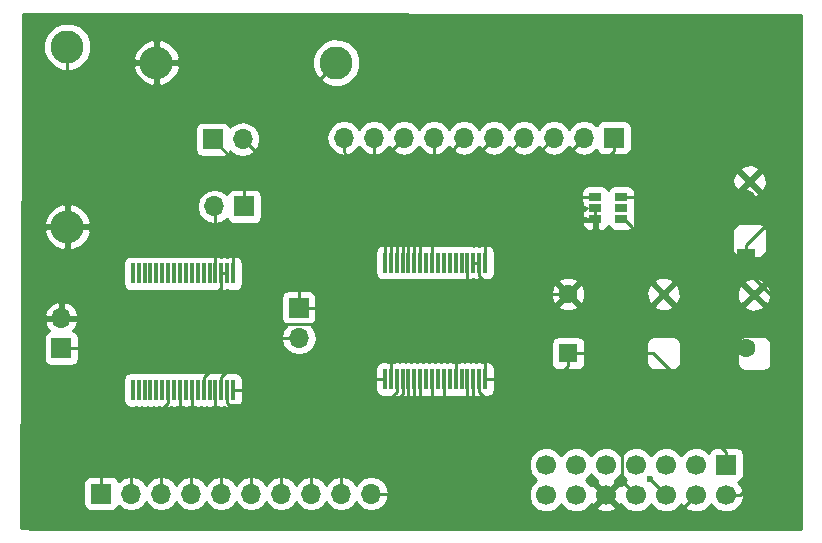
<source format=gbr>
G04 #@! TF.FileFunction,Copper,L1,Top,Signal*
%FSLAX46Y46*%
G04 Gerber Fmt 4.6, Leading zero omitted, Abs format (unit mm)*
G04 Created by KiCad (PCBNEW 4.0.6) date 01/04/18 12:36:32*
%MOMM*%
%LPD*%
G01*
G04 APERTURE LIST*
%ADD10C,0.100000*%
%ADD11R,1.700000X1.700000*%
%ADD12C,1.700000*%
%ADD13R,1.600000X1.600000*%
%ADD14C,1.600000*%
%ADD15O,1.700000X1.700000*%
%ADD16C,2.800000*%
%ADD17O,2.800000X2.800000*%
%ADD18R,0.350000X1.700000*%
%ADD19R,1.060000X0.650000*%
%ADD20C,0.600000*%
%ADD21C,0.250000*%
%ADD22C,0.254000*%
G04 APERTURE END LIST*
D10*
D11*
X155671520Y-140172440D03*
D12*
X155671520Y-142712440D03*
X153131520Y-140172440D03*
X153131520Y-142712440D03*
X150591520Y-140172440D03*
X150591520Y-142712440D03*
X148051520Y-140172440D03*
X148051520Y-142712440D03*
X145511520Y-140172440D03*
X145511520Y-142712440D03*
X142971520Y-140172440D03*
X142971520Y-142712440D03*
X140431520Y-140172440D03*
X140431520Y-142712440D03*
D13*
X156860240Y-110354120D03*
D14*
X156860240Y-105354120D03*
D13*
X157363160Y-122637560D03*
D14*
X157363160Y-117637560D03*
D13*
X157363160Y-135302000D03*
D14*
X157363160Y-130302000D03*
D13*
X142290800Y-130730000D03*
D14*
X142290800Y-125730000D03*
D11*
X99380040Y-130302000D03*
D15*
X99380040Y-127762000D03*
D11*
X102758240Y-142610840D03*
D15*
X105298240Y-142610840D03*
X107838240Y-142610840D03*
X110378240Y-142610840D03*
X112918240Y-142610840D03*
X115458240Y-142610840D03*
X117998240Y-142610840D03*
X120538240Y-142610840D03*
X123078240Y-142610840D03*
X125618240Y-142610840D03*
D11*
X146177000Y-112481360D03*
D15*
X143637000Y-112481360D03*
X141097000Y-112481360D03*
X138557000Y-112481360D03*
X136017000Y-112481360D03*
X133477000Y-112481360D03*
X130937000Y-112481360D03*
X128397000Y-112481360D03*
X125857000Y-112481360D03*
X123317000Y-112481360D03*
D11*
X112212120Y-112613440D03*
D15*
X114752120Y-112613440D03*
D11*
X119496840Y-126898400D03*
D15*
X119496840Y-129438400D03*
D11*
X114884200Y-118308120D03*
D15*
X112344200Y-118308120D03*
D16*
X122676920Y-106121200D03*
D17*
X107436920Y-106121200D03*
D16*
X99888040Y-104790240D03*
D17*
X99888040Y-120030240D03*
D18*
X135278440Y-123053020D03*
X134778440Y-123053020D03*
X134278440Y-123053020D03*
X133778440Y-123053020D03*
X133278440Y-123053020D03*
X132778440Y-123053020D03*
X132278440Y-123053020D03*
X131778440Y-123053020D03*
X131278440Y-123053020D03*
X130778440Y-123053020D03*
X130278440Y-123053020D03*
X129778440Y-123053020D03*
X129278440Y-123053020D03*
X128778440Y-123053020D03*
X128278440Y-123053020D03*
X127778440Y-123053020D03*
X127278440Y-123053020D03*
X126778440Y-123053020D03*
X126778440Y-132918020D03*
X127278440Y-132918020D03*
X127778440Y-132918020D03*
X128278440Y-132918020D03*
X128778440Y-132918020D03*
X129278440Y-132918020D03*
X129778440Y-132918020D03*
X130278440Y-132918020D03*
X130778440Y-132918020D03*
X131278440Y-132918020D03*
X131778440Y-132918020D03*
X132278440Y-132918020D03*
X132778440Y-132918020D03*
X133278440Y-132918020D03*
X133778440Y-132918020D03*
X134278440Y-132918020D03*
X134778440Y-132918020D03*
X135278440Y-132918020D03*
D19*
X144596760Y-117490200D03*
X144596760Y-118440200D03*
X144596760Y-119390200D03*
X146796760Y-119390200D03*
X146796760Y-117490200D03*
X146796760Y-118440200D03*
D18*
X113937360Y-123977580D03*
X113437360Y-123977580D03*
X112937360Y-123977580D03*
X112437360Y-123977580D03*
X111937360Y-123977580D03*
X111437360Y-123977580D03*
X110937360Y-123977580D03*
X110437360Y-123977580D03*
X109937360Y-123977580D03*
X109437360Y-123977580D03*
X108937360Y-123977580D03*
X108437360Y-123977580D03*
X107937360Y-123977580D03*
X107437360Y-123977580D03*
X106937360Y-123977580D03*
X106437360Y-123977580D03*
X105937360Y-123977580D03*
X105437360Y-123977580D03*
X105437360Y-133842580D03*
X105937360Y-133842580D03*
X106437360Y-133842580D03*
X106937360Y-133842580D03*
X107437360Y-133842580D03*
X107937360Y-133842580D03*
X108437360Y-133842580D03*
X108937360Y-133842580D03*
X109437360Y-133842580D03*
X109937360Y-133842580D03*
X110437360Y-133842580D03*
X110937360Y-133842580D03*
X111437360Y-133842580D03*
X111937360Y-133842580D03*
X112437360Y-133842580D03*
X112937360Y-133842580D03*
X113437360Y-133842580D03*
X113937360Y-133842580D03*
D20*
X121798080Y-132339080D03*
X110398560Y-130393440D03*
X133629400Y-130291840D03*
X123647200Y-130489960D03*
X152303480Y-126182120D03*
X152384760Y-135884920D03*
X114884200Y-115285520D03*
X125074680Y-110093760D03*
X132948680Y-135448040D03*
X112450898Y-135544578D03*
X149270720Y-141356080D03*
X133964680Y-140578840D03*
X118538021Y-134621301D03*
X135681720Y-134921300D03*
X125318520Y-132913120D03*
X124714000Y-123383040D03*
X131099560Y-126791720D03*
X121640600Y-126857760D03*
X134757160Y-119923560D03*
X121345960Y-116459000D03*
X113284000Y-121853960D03*
X108188760Y-121437400D03*
X151236680Y-120167400D03*
X135397240Y-126761240D03*
X141147800Y-119339360D03*
X122417840Y-128351280D03*
D21*
X120294580Y-133842580D02*
X121798080Y-132339080D01*
X121798080Y-132339080D02*
X123647200Y-130489960D01*
X99380040Y-130302000D02*
X110307120Y-130302000D01*
X110307120Y-130302000D02*
X110398560Y-130393440D01*
X133629400Y-130291840D02*
X134053664Y-130291840D01*
X134053664Y-130291840D02*
X135278440Y-131516616D01*
X135278440Y-131516616D02*
X135278440Y-131818020D01*
X135278440Y-131818020D02*
X135278440Y-132918020D01*
X113937360Y-133842580D02*
X120294580Y-133842580D01*
X159578040Y-114121920D02*
X159578040Y-119372680D01*
X159578040Y-119372680D02*
X157363160Y-121587560D01*
X157363160Y-121587560D02*
X157363160Y-122637560D01*
X156860240Y-110354120D02*
X156860240Y-111404120D01*
X156860240Y-111404120D02*
X159578040Y-114121920D01*
X135278440Y-132918020D02*
X141152780Y-132918020D01*
X141152780Y-132918020D02*
X142290800Y-131780000D01*
X142290800Y-131780000D02*
X142290800Y-130730000D01*
X160126680Y-126451080D02*
X160126680Y-131488480D01*
X160126680Y-131488480D02*
X157363160Y-134252000D01*
X157363160Y-134252000D02*
X157363160Y-135302000D01*
X157363160Y-122637560D02*
X157363160Y-123687560D01*
X157363160Y-123687560D02*
X160126680Y-126451080D01*
X154037040Y-135302000D02*
X149465040Y-130730000D01*
X149465040Y-130730000D02*
X142290800Y-130730000D01*
X157363160Y-135302000D02*
X154037040Y-135302000D01*
X144596760Y-118440200D02*
X144596760Y-119390200D01*
X134278440Y-123053020D02*
X134778440Y-123053020D01*
X134778440Y-123053020D02*
X134778440Y-124153020D01*
X134778440Y-124153020D02*
X136355420Y-125730000D01*
X136355420Y-125730000D02*
X141159430Y-125730000D01*
X141159430Y-125730000D02*
X142290800Y-125730000D01*
X154315160Y-106767830D02*
X154315160Y-114589560D01*
X154315160Y-114589560D02*
X157363160Y-117637560D01*
X156860240Y-105354120D02*
X155728870Y-105354120D01*
X155728870Y-105354120D02*
X154315160Y-106767830D01*
X112937360Y-123977580D02*
X113437360Y-123977580D01*
X111917480Y-126238000D02*
X112937361Y-125218119D01*
X112937361Y-125218119D02*
X112937360Y-125077580D01*
X112937360Y-125077580D02*
X112937360Y-123977580D01*
X104115902Y-126238000D02*
X111917480Y-126238000D01*
X99888040Y-120030240D02*
X99888040Y-122010138D01*
X99888040Y-122010138D02*
X104115902Y-126238000D01*
X99380040Y-120538240D02*
X99888040Y-120030240D01*
X155102560Y-119832120D02*
X155102560Y-128041400D01*
X155102560Y-128041400D02*
X157363160Y-130302000D01*
X156497121Y-118437559D02*
X155102560Y-119832120D01*
X157363160Y-117637560D02*
X156563161Y-118437559D01*
X156563161Y-118437559D02*
X156497121Y-118437559D01*
X152303480Y-126182120D02*
X152303480Y-124691920D01*
X152303480Y-124691920D02*
X147001760Y-119390200D01*
X147001760Y-119390200D02*
X146796760Y-119390200D01*
X155671520Y-140172440D02*
X155671520Y-139072440D01*
X155671520Y-139072440D02*
X152484000Y-135884920D01*
X152484000Y-135884920D02*
X152384760Y-135884920D01*
X160576690Y-105047210D02*
X159758599Y-104229119D01*
X159758599Y-104229119D02*
X130939321Y-104229119D01*
X130939321Y-104229119D02*
X125074680Y-110093760D01*
X155671520Y-142712440D02*
X156873601Y-142712440D01*
X156873601Y-142712440D02*
X160576690Y-139009351D01*
X160576690Y-139009351D02*
X160576690Y-105047210D01*
X114884200Y-118308120D02*
X114884200Y-115285520D01*
X114884200Y-115285520D02*
X112212120Y-112613440D01*
X139613640Y-144322800D02*
X151521160Y-144322800D01*
X151521160Y-144322800D02*
X153131520Y-142712440D01*
X134278440Y-138987600D02*
X139613640Y-144322800D01*
X134278440Y-132918020D02*
X134278440Y-138987600D01*
X133778440Y-132918020D02*
X133778440Y-133868160D01*
X133778440Y-133868160D02*
X133778440Y-140392600D01*
X132948680Y-135448040D02*
X133778440Y-134618280D01*
X133778440Y-134618280D02*
X133778440Y-133868160D01*
X112437360Y-133842580D02*
X112437360Y-135531040D01*
X112437360Y-135531040D02*
X112450898Y-135544578D01*
X149270720Y-141356080D02*
X149270720Y-141391640D01*
X149270720Y-141391640D02*
X150591520Y-142712440D01*
X133778440Y-140392600D02*
X133964680Y-140578840D01*
X118538021Y-134621301D02*
X118113757Y-134621301D01*
X118113757Y-134621301D02*
X117612138Y-135122920D01*
X117612138Y-135122920D02*
X113607698Y-135122920D01*
X113607698Y-135122920D02*
X113437360Y-134952582D01*
X113437360Y-134952582D02*
X113437360Y-134942580D01*
X113437360Y-134942580D02*
X113437360Y-133842580D01*
X135681720Y-134921300D02*
X138174420Y-137414000D01*
X134778440Y-134018020D02*
X135681720Y-134921300D01*
X145079720Y-137414000D02*
X146876519Y-139210799D01*
X146876519Y-139210799D02*
X146876519Y-141537439D01*
X146876519Y-141537439D02*
X147201521Y-141862441D01*
X147201521Y-141862441D02*
X148051520Y-142712440D01*
X138174420Y-137414000D02*
X145079720Y-137414000D01*
X134778440Y-132918020D02*
X134778440Y-134018020D01*
X103769160Y-137861040D02*
X102758240Y-138871960D01*
X102758240Y-138871960D02*
X102758240Y-142610840D01*
X105518900Y-137861040D02*
X103769160Y-137861040D01*
X108437360Y-133842580D02*
X108437360Y-134942580D01*
X108437360Y-134942580D02*
X105518900Y-137861040D01*
X109437360Y-135306880D02*
X105298240Y-139446000D01*
X105298240Y-139446000D02*
X105298240Y-142610840D01*
X109437360Y-133842580D02*
X109437360Y-135306880D01*
X110437360Y-136399840D02*
X107838240Y-138998960D01*
X107838240Y-138998960D02*
X107838240Y-142610840D01*
X110437360Y-133842580D02*
X110437360Y-136399840D01*
X113162558Y-135757920D02*
X115854480Y-135757920D01*
X115854480Y-135757920D02*
X116039470Y-135572930D01*
X116039470Y-135572930D02*
X118081630Y-135572930D01*
X118081630Y-135572930D02*
X118348760Y-135305800D01*
X110378240Y-138501120D02*
X110419358Y-138501120D01*
X110419358Y-138501120D02*
X113162558Y-135757920D01*
X127778440Y-132918020D02*
X127778440Y-134018020D01*
X127778440Y-134018020D02*
X126490660Y-135305800D01*
X126490660Y-135305800D02*
X118348760Y-135305800D01*
X110378240Y-138501120D02*
X110378240Y-142610840D01*
X126410790Y-136022080D02*
X118268890Y-136022080D01*
X118268890Y-136022080D02*
X117992460Y-136298510D01*
X117992460Y-136298510D02*
X115725370Y-136298510D01*
X115725370Y-136298510D02*
X112918240Y-139105640D01*
X128278440Y-134154430D02*
X126410790Y-136022080D01*
X128278440Y-132918020D02*
X128278440Y-134154430D01*
X112918240Y-139105640D02*
X112918240Y-142610840D01*
X117784880Y-136748520D02*
X115458240Y-139075160D01*
X115458240Y-139075160D02*
X115458240Y-142610840D01*
X126634240Y-136748520D02*
X117784880Y-136748520D01*
X128778440Y-134604320D02*
X126634240Y-136748520D01*
X128778440Y-132918020D02*
X128778440Y-134604320D01*
X119593360Y-137495280D02*
X117998240Y-139090400D01*
X117998240Y-139090400D02*
X117998240Y-142610840D01*
X126523890Y-137495280D02*
X119593360Y-137495280D01*
X129278440Y-132918020D02*
X129278440Y-134740730D01*
X129278440Y-134740730D02*
X126523890Y-137495280D01*
X121732040Y-138557000D02*
X120538240Y-139750800D01*
X120538240Y-139750800D02*
X120538240Y-142610840D01*
X126476760Y-138557000D02*
X121732040Y-138557000D01*
X129778440Y-135255320D02*
X126476760Y-138557000D01*
X129778440Y-132918020D02*
X129778440Y-135255320D01*
X123916440Y-139893040D02*
X123078240Y-140731240D01*
X123078240Y-140731240D02*
X123078240Y-142610840D01*
X126634240Y-139893040D02*
X123916440Y-139893040D01*
X130743960Y-135783320D02*
X126634240Y-139893040D01*
X130743960Y-134052500D02*
X130743960Y-135783320D01*
X130778440Y-132918020D02*
X130778440Y-134018020D01*
X130778440Y-134018020D02*
X130743960Y-134052500D01*
X131778440Y-138960160D02*
X128127760Y-142610840D01*
X128127760Y-142610840D02*
X125618240Y-142610840D01*
X131778440Y-132918020D02*
X131778440Y-138960160D01*
X135976360Y-116255800D02*
X143502560Y-116255800D01*
X143502560Y-116255800D02*
X146177000Y-113581360D01*
X146177000Y-113581360D02*
X146177000Y-112481360D01*
X130778440Y-121453720D02*
X135976360Y-116255800D01*
X130778440Y-123053020D02*
X130778440Y-121453720D01*
X132994400Y-117791490D02*
X135091000Y-115694890D01*
X135091000Y-115694890D02*
X140423470Y-115694890D01*
X140423470Y-115694890D02*
X142787001Y-113331359D01*
X142787001Y-113331359D02*
X143637000Y-112481360D01*
X129778440Y-121107430D02*
X132994400Y-117891470D01*
X132994400Y-117891470D02*
X132994400Y-117791490D01*
X129778440Y-123053020D02*
X129778440Y-121107430D01*
X134904600Y-115244880D02*
X138333480Y-115244880D01*
X138333480Y-115244880D02*
X141097000Y-112481360D01*
X129278440Y-120871040D02*
X134904600Y-115244880D01*
X129278440Y-123053020D02*
X129278440Y-120871040D01*
X134653470Y-114665760D02*
X136372600Y-114665760D01*
X136372600Y-114665760D02*
X138557000Y-112481360D01*
X128778440Y-120540790D02*
X134653470Y-114665760D01*
X128778440Y-123053020D02*
X128778440Y-120540790D01*
X128278440Y-123053020D02*
X128278440Y-121953020D01*
X128278440Y-121953020D02*
X128300480Y-121930980D01*
X128300480Y-121930980D02*
X128300480Y-120197880D01*
X128300480Y-120197880D02*
X136017000Y-112481360D01*
X127772160Y-119227600D02*
X132627001Y-114372759D01*
X132627001Y-114372759D02*
X132627001Y-113331359D01*
X132627001Y-113331359D02*
X133477000Y-112481360D01*
X127772160Y-121946740D02*
X127772160Y-119227600D01*
X127778440Y-123053020D02*
X127778440Y-121953020D01*
X127778440Y-121953020D02*
X127772160Y-121946740D01*
X127278440Y-118349720D02*
X130937000Y-114691160D01*
X130937000Y-114691160D02*
X130937000Y-112481360D01*
X127278440Y-123053020D02*
X127278440Y-118349720D01*
X126796800Y-121934660D02*
X126796800Y-114081560D01*
X126796800Y-114081560D02*
X128397000Y-112481360D01*
X126778440Y-123053020D02*
X126778440Y-121953020D01*
X126778440Y-121953020D02*
X126796800Y-121934660D01*
X125318520Y-132913120D02*
X126773540Y-132913120D01*
X126773540Y-132913120D02*
X126778440Y-132918020D01*
X125857000Y-112481360D02*
X125857000Y-122240040D01*
X125857000Y-122240040D02*
X124714000Y-123383040D01*
X127278441Y-131135120D02*
X127278441Y-131808017D01*
X127278441Y-130539801D02*
X127278441Y-131135120D01*
X127278441Y-131135120D02*
X127278440Y-131818020D01*
X127278440Y-131818020D02*
X127278440Y-132918020D01*
X127278441Y-131808017D02*
X127278440Y-131808018D01*
X123428760Y-126690120D02*
X127278441Y-130539801D01*
X123428760Y-113795201D02*
X123428760Y-126690120D01*
X123317000Y-112481360D02*
X123317000Y-113683441D01*
X123317000Y-113683441D02*
X123428760Y-113795201D01*
X131099560Y-126791720D02*
X131523824Y-126791720D01*
X131523824Y-126791720D02*
X133778440Y-124537104D01*
X133778440Y-124537104D02*
X133778440Y-124153020D01*
X133778440Y-124153020D02*
X133778440Y-123053020D01*
X119496840Y-126898400D02*
X121599960Y-126898400D01*
X121599960Y-126898400D02*
X121640600Y-126857760D01*
X115617359Y-113463439D02*
X119496840Y-117342920D01*
X119496840Y-117342920D02*
X119496840Y-126898400D01*
X114752120Y-112613440D02*
X115602119Y-113463439D01*
X115602119Y-113463439D02*
X115617359Y-113463439D01*
X112937360Y-133842580D02*
X112937360Y-132742580D01*
X112937360Y-132742580D02*
X116241540Y-129438400D01*
X116241540Y-129438400D02*
X118294759Y-129438400D01*
X118294759Y-129438400D02*
X119496840Y-129438400D01*
X112437360Y-123977580D02*
X112437360Y-118401280D01*
X112437360Y-118401280D02*
X112344200Y-118308120D01*
X135097799Y-120223559D02*
X135278441Y-120404201D01*
X135278441Y-120404201D02*
X135278440Y-121953020D01*
X135278440Y-121953020D02*
X135278440Y-123053020D01*
X134757160Y-119923560D02*
X135057159Y-120223559D01*
X135057159Y-120223559D02*
X135097799Y-120223559D01*
X122676920Y-106121200D02*
X121276921Y-107521199D01*
X121276921Y-107521199D02*
X121276921Y-116389961D01*
X121276921Y-116389961D02*
X121345960Y-116459000D01*
X113284000Y-121853960D02*
X113937360Y-122507320D01*
X113937360Y-122507320D02*
X113937360Y-123977580D01*
X105328720Y-112210818D02*
X105328720Y-118577360D01*
X105328720Y-118577360D02*
X108188760Y-121437400D01*
X99888040Y-104790240D02*
X99888040Y-106770138D01*
X99888040Y-106770138D02*
X105328720Y-112210818D01*
X151236680Y-118745000D02*
X149981880Y-117490200D01*
X149981880Y-117490200D02*
X146796760Y-117490200D01*
X151236680Y-120167400D02*
X151236680Y-118745000D01*
X132778440Y-132918020D02*
X132778440Y-129380040D01*
X132778440Y-129380040D02*
X135397240Y-126761240D01*
X141147800Y-119339360D02*
X142996960Y-117490200D01*
X142996960Y-117490200D02*
X144596760Y-117490200D01*
X122197879Y-128263399D02*
X122285760Y-128351280D01*
X122285760Y-128351280D02*
X122417840Y-128351280D01*
X111437360Y-133842580D02*
X111437360Y-132742580D01*
X111437360Y-132742580D02*
X115916541Y-128263399D01*
X115916541Y-128263399D02*
X122197879Y-128263399D01*
D22*
G36*
X161986760Y-102121615D02*
X161986760Y-145578360D01*
X97280438Y-145578360D01*
X95982049Y-145573005D01*
X95997964Y-141760840D01*
X101260800Y-141760840D01*
X101260800Y-143460840D01*
X101305078Y-143696157D01*
X101444150Y-143912281D01*
X101656350Y-144057271D01*
X101908240Y-144108280D01*
X103608240Y-144108280D01*
X103843557Y-144064002D01*
X104059681Y-143924930D01*
X104204671Y-143712730D01*
X104218326Y-143645299D01*
X104248186Y-143689987D01*
X104729955Y-144011894D01*
X105298240Y-144124933D01*
X105866525Y-144011894D01*
X106348294Y-143689987D01*
X106568240Y-143360814D01*
X106788186Y-143689987D01*
X107269955Y-144011894D01*
X107838240Y-144124933D01*
X108406525Y-144011894D01*
X108888294Y-143689987D01*
X109108240Y-143360814D01*
X109328186Y-143689987D01*
X109809955Y-144011894D01*
X110378240Y-144124933D01*
X110946525Y-144011894D01*
X111428294Y-143689987D01*
X111648240Y-143360814D01*
X111868186Y-143689987D01*
X112349955Y-144011894D01*
X112918240Y-144124933D01*
X113486525Y-144011894D01*
X113968294Y-143689987D01*
X114188240Y-143360814D01*
X114408186Y-143689987D01*
X114889955Y-144011894D01*
X115458240Y-144124933D01*
X116026525Y-144011894D01*
X116508294Y-143689987D01*
X116728240Y-143360814D01*
X116948186Y-143689987D01*
X117429955Y-144011894D01*
X117998240Y-144124933D01*
X118566525Y-144011894D01*
X119048294Y-143689987D01*
X119268240Y-143360814D01*
X119488186Y-143689987D01*
X119969955Y-144011894D01*
X120538240Y-144124933D01*
X121106525Y-144011894D01*
X121588294Y-143689987D01*
X121808240Y-143360814D01*
X122028186Y-143689987D01*
X122509955Y-144011894D01*
X123078240Y-144124933D01*
X123646525Y-144011894D01*
X124128294Y-143689987D01*
X124348240Y-143360814D01*
X124568186Y-143689987D01*
X125049955Y-144011894D01*
X125618240Y-144124933D01*
X126186525Y-144011894D01*
X126668294Y-143689987D01*
X126990201Y-143208218D01*
X127103240Y-142639933D01*
X127103240Y-142581747D01*
X126990201Y-142013462D01*
X126668294Y-141531693D01*
X126186525Y-141209786D01*
X125618240Y-141096747D01*
X125049955Y-141209786D01*
X124568186Y-141531693D01*
X124348240Y-141860866D01*
X124128294Y-141531693D01*
X123646525Y-141209786D01*
X123078240Y-141096747D01*
X122509955Y-141209786D01*
X122028186Y-141531693D01*
X121808240Y-141860866D01*
X121588294Y-141531693D01*
X121106525Y-141209786D01*
X120538240Y-141096747D01*
X119969955Y-141209786D01*
X119488186Y-141531693D01*
X119268240Y-141860866D01*
X119048294Y-141531693D01*
X118566525Y-141209786D01*
X117998240Y-141096747D01*
X117429955Y-141209786D01*
X116948186Y-141531693D01*
X116728240Y-141860866D01*
X116508294Y-141531693D01*
X116026525Y-141209786D01*
X115458240Y-141096747D01*
X114889955Y-141209786D01*
X114408186Y-141531693D01*
X114188240Y-141860866D01*
X113968294Y-141531693D01*
X113486525Y-141209786D01*
X112918240Y-141096747D01*
X112349955Y-141209786D01*
X111868186Y-141531693D01*
X111648240Y-141860866D01*
X111428294Y-141531693D01*
X110946525Y-141209786D01*
X110378240Y-141096747D01*
X109809955Y-141209786D01*
X109328186Y-141531693D01*
X109108240Y-141860866D01*
X108888294Y-141531693D01*
X108406525Y-141209786D01*
X107838240Y-141096747D01*
X107269955Y-141209786D01*
X106788186Y-141531693D01*
X106568240Y-141860866D01*
X106348294Y-141531693D01*
X105866525Y-141209786D01*
X105298240Y-141096747D01*
X104729955Y-141209786D01*
X104248186Y-141531693D01*
X104220390Y-141573292D01*
X104211402Y-141525523D01*
X104072330Y-141309399D01*
X103860130Y-141164409D01*
X103608240Y-141113400D01*
X101908240Y-141113400D01*
X101672923Y-141157678D01*
X101456799Y-141296750D01*
X101311809Y-141508950D01*
X101260800Y-141760840D01*
X95997964Y-141760840D01*
X96003367Y-140466529D01*
X138946263Y-140466529D01*
X139171864Y-141012526D01*
X139589237Y-141430628D01*
X139617077Y-141442188D01*
X139591434Y-141452784D01*
X139173332Y-141870157D01*
X138946778Y-142415759D01*
X138946263Y-143006529D01*
X139171864Y-143552526D01*
X139589237Y-143970628D01*
X140134839Y-144197182D01*
X140725609Y-144197697D01*
X141271606Y-143972096D01*
X141689708Y-143554723D01*
X141701268Y-143526883D01*
X141711864Y-143552526D01*
X142129237Y-143970628D01*
X142674839Y-144197182D01*
X143265609Y-144197697D01*
X143811606Y-143972096D01*
X144027680Y-143756398D01*
X144647167Y-143756398D01*
X144727440Y-144007699D01*
X145282799Y-144209158D01*
X145872978Y-144182755D01*
X146295600Y-144007699D01*
X146375873Y-143756398D01*
X145511520Y-142892045D01*
X144647167Y-143756398D01*
X144027680Y-143756398D01*
X144229708Y-143554723D01*
X144249471Y-143507128D01*
X144467562Y-143576793D01*
X145331915Y-142712440D01*
X144467562Y-141848087D01*
X144249880Y-141917621D01*
X144231176Y-141872354D01*
X143813803Y-141454252D01*
X143785963Y-141442692D01*
X143811606Y-141432096D01*
X144229708Y-141014723D01*
X144241268Y-140986883D01*
X144251864Y-141012526D01*
X144669237Y-141430628D01*
X144716832Y-141450391D01*
X144647167Y-141668482D01*
X145511520Y-142532835D01*
X146375873Y-141668482D01*
X146306339Y-141450800D01*
X146351606Y-141432096D01*
X146769708Y-141014723D01*
X146781268Y-140986883D01*
X146791864Y-141012526D01*
X147209237Y-141430628D01*
X147237077Y-141442188D01*
X147211434Y-141452784D01*
X146793332Y-141870157D01*
X146773569Y-141917752D01*
X146555478Y-141848087D01*
X145691125Y-142712440D01*
X146555478Y-143576793D01*
X146773160Y-143507259D01*
X146791864Y-143552526D01*
X147209237Y-143970628D01*
X147754839Y-144197182D01*
X148345609Y-144197697D01*
X148891606Y-143972096D01*
X149309708Y-143554723D01*
X149321268Y-143526883D01*
X149331864Y-143552526D01*
X149749237Y-143970628D01*
X150294839Y-144197182D01*
X150885609Y-144197697D01*
X151431606Y-143972096D01*
X151849708Y-143554723D01*
X151861268Y-143526883D01*
X151871864Y-143552526D01*
X152289237Y-143970628D01*
X152834839Y-144197182D01*
X153425609Y-144197697D01*
X153971606Y-143972096D01*
X154389708Y-143554723D01*
X154401268Y-143526883D01*
X154411864Y-143552526D01*
X154829237Y-143970628D01*
X155374839Y-144197182D01*
X155965609Y-144197697D01*
X156511606Y-143972096D01*
X156929708Y-143554723D01*
X157156262Y-143009121D01*
X157156777Y-142418351D01*
X156931176Y-141872354D01*
X156696237Y-141637005D01*
X156756837Y-141625602D01*
X156972961Y-141486530D01*
X157117951Y-141274330D01*
X157168960Y-141022440D01*
X157168960Y-139322440D01*
X157124682Y-139087123D01*
X156985610Y-138870999D01*
X156773410Y-138726009D01*
X156521520Y-138675000D01*
X154821520Y-138675000D01*
X154586203Y-138719278D01*
X154370079Y-138858350D01*
X154225089Y-139070550D01*
X154209024Y-139149883D01*
X153973803Y-138914252D01*
X153428201Y-138687698D01*
X152837431Y-138687183D01*
X152291434Y-138912784D01*
X151873332Y-139330157D01*
X151861772Y-139357997D01*
X151851176Y-139332354D01*
X151433803Y-138914252D01*
X150888201Y-138687698D01*
X150297431Y-138687183D01*
X149751434Y-138912784D01*
X149333332Y-139330157D01*
X149321772Y-139357997D01*
X149311176Y-139332354D01*
X148893803Y-138914252D01*
X148348201Y-138687698D01*
X147757431Y-138687183D01*
X147211434Y-138912784D01*
X146793332Y-139330157D01*
X146781772Y-139357997D01*
X146771176Y-139332354D01*
X146353803Y-138914252D01*
X145808201Y-138687698D01*
X145217431Y-138687183D01*
X144671434Y-138912784D01*
X144253332Y-139330157D01*
X144241772Y-139357997D01*
X144231176Y-139332354D01*
X143813803Y-138914252D01*
X143268201Y-138687698D01*
X142677431Y-138687183D01*
X142131434Y-138912784D01*
X141713332Y-139330157D01*
X141701772Y-139357997D01*
X141691176Y-139332354D01*
X141273803Y-138914252D01*
X140728201Y-138687698D01*
X140137431Y-138687183D01*
X139591434Y-138912784D01*
X139173332Y-139330157D01*
X138946778Y-139875759D01*
X138946263Y-140466529D01*
X96003367Y-140466529D01*
X96034570Y-132992580D01*
X104614920Y-132992580D01*
X104614920Y-134692580D01*
X104659198Y-134927897D01*
X104798270Y-135144021D01*
X105010470Y-135289011D01*
X105262360Y-135340020D01*
X105612360Y-135340020D01*
X105690113Y-135325390D01*
X105762360Y-135340020D01*
X106112360Y-135340020D01*
X106190113Y-135325390D01*
X106262360Y-135340020D01*
X106612360Y-135340020D01*
X106690113Y-135325390D01*
X106762360Y-135340020D01*
X107112360Y-135340020D01*
X107190113Y-135325390D01*
X107262360Y-135340020D01*
X107612360Y-135340020D01*
X107690113Y-135325390D01*
X107762360Y-135340020D01*
X108112360Y-135340020D01*
X108190113Y-135325390D01*
X108262360Y-135340020D01*
X108612360Y-135340020D01*
X108690113Y-135325390D01*
X108762360Y-135340020D01*
X109112360Y-135340020D01*
X109190113Y-135325390D01*
X109262360Y-135340020D01*
X109612360Y-135340020D01*
X109690113Y-135325390D01*
X109762360Y-135340020D01*
X110112360Y-135340020D01*
X110190113Y-135325390D01*
X110262360Y-135340020D01*
X110612360Y-135340020D01*
X110690113Y-135325390D01*
X110762360Y-135340020D01*
X111112360Y-135340020D01*
X111190113Y-135325390D01*
X111262360Y-135340020D01*
X111612360Y-135340020D01*
X111690113Y-135325390D01*
X111762360Y-135340020D01*
X112112360Y-135340020D01*
X112190113Y-135325390D01*
X112262360Y-135340020D01*
X112612360Y-135340020D01*
X112690113Y-135325390D01*
X112762360Y-135340020D01*
X113112360Y-135340020D01*
X113190113Y-135325390D01*
X113262360Y-135340020D01*
X113612360Y-135340020D01*
X113690113Y-135325390D01*
X113762360Y-135340020D01*
X114112360Y-135340020D01*
X114347677Y-135295742D01*
X114563801Y-135156670D01*
X114708791Y-134944470D01*
X114759800Y-134692580D01*
X114759800Y-132992580D01*
X114715522Y-132757263D01*
X114576450Y-132541139D01*
X114364250Y-132396149D01*
X114112360Y-132345140D01*
X113762360Y-132345140D01*
X113684607Y-132359770D01*
X113612360Y-132345140D01*
X113262360Y-132345140D01*
X113184607Y-132359770D01*
X113112360Y-132345140D01*
X112762360Y-132345140D01*
X112684607Y-132359770D01*
X112612360Y-132345140D01*
X112262360Y-132345140D01*
X112184607Y-132359770D01*
X112112360Y-132345140D01*
X111762360Y-132345140D01*
X111684607Y-132359770D01*
X111612360Y-132345140D01*
X111262360Y-132345140D01*
X111184607Y-132359770D01*
X111112360Y-132345140D01*
X110762360Y-132345140D01*
X110684607Y-132359770D01*
X110612360Y-132345140D01*
X110262360Y-132345140D01*
X110184607Y-132359770D01*
X110112360Y-132345140D01*
X109762360Y-132345140D01*
X109684607Y-132359770D01*
X109612360Y-132345140D01*
X109262360Y-132345140D01*
X109184607Y-132359770D01*
X109112360Y-132345140D01*
X108762360Y-132345140D01*
X108684607Y-132359770D01*
X108612360Y-132345140D01*
X108262360Y-132345140D01*
X108184607Y-132359770D01*
X108112360Y-132345140D01*
X107762360Y-132345140D01*
X107684607Y-132359770D01*
X107612360Y-132345140D01*
X107262360Y-132345140D01*
X107184607Y-132359770D01*
X107112360Y-132345140D01*
X106762360Y-132345140D01*
X106684607Y-132359770D01*
X106612360Y-132345140D01*
X106262360Y-132345140D01*
X106184607Y-132359770D01*
X106112360Y-132345140D01*
X105762360Y-132345140D01*
X105684607Y-132359770D01*
X105612360Y-132345140D01*
X105262360Y-132345140D01*
X105027043Y-132389418D01*
X104810919Y-132528490D01*
X104665929Y-132740690D01*
X104614920Y-132992580D01*
X96034570Y-132992580D01*
X96038430Y-132068020D01*
X125956000Y-132068020D01*
X125956000Y-133768020D01*
X126000278Y-134003337D01*
X126139350Y-134219461D01*
X126351550Y-134364451D01*
X126603440Y-134415460D01*
X126953440Y-134415460D01*
X127031193Y-134400830D01*
X127103440Y-134415460D01*
X127453440Y-134415460D01*
X127531193Y-134400830D01*
X127603440Y-134415460D01*
X127953440Y-134415460D01*
X128031193Y-134400830D01*
X128103440Y-134415460D01*
X128453440Y-134415460D01*
X128531193Y-134400830D01*
X128603440Y-134415460D01*
X128953440Y-134415460D01*
X129031193Y-134400830D01*
X129103440Y-134415460D01*
X129453440Y-134415460D01*
X129531193Y-134400830D01*
X129603440Y-134415460D01*
X129953440Y-134415460D01*
X130031193Y-134400830D01*
X130103440Y-134415460D01*
X130453440Y-134415460D01*
X130531193Y-134400830D01*
X130603440Y-134415460D01*
X130953440Y-134415460D01*
X131031193Y-134400830D01*
X131103440Y-134415460D01*
X131453440Y-134415460D01*
X131531193Y-134400830D01*
X131603440Y-134415460D01*
X131953440Y-134415460D01*
X132031193Y-134400830D01*
X132103440Y-134415460D01*
X132453440Y-134415460D01*
X132531193Y-134400830D01*
X132603440Y-134415460D01*
X132953440Y-134415460D01*
X133031193Y-134400830D01*
X133103440Y-134415460D01*
X133453440Y-134415460D01*
X133531193Y-134400830D01*
X133603440Y-134415460D01*
X133953440Y-134415460D01*
X134031193Y-134400830D01*
X134103440Y-134415460D01*
X134453440Y-134415460D01*
X134531193Y-134400830D01*
X134603440Y-134415460D01*
X134953440Y-134415460D01*
X135031193Y-134400830D01*
X135103440Y-134415460D01*
X135453440Y-134415460D01*
X135688757Y-134371182D01*
X135904881Y-134232110D01*
X136049871Y-134019910D01*
X136100880Y-133768020D01*
X136100880Y-132068020D01*
X136056602Y-131832703D01*
X135917530Y-131616579D01*
X135705330Y-131471589D01*
X135453440Y-131420580D01*
X135103440Y-131420580D01*
X135025687Y-131435210D01*
X134953440Y-131420580D01*
X134603440Y-131420580D01*
X134525687Y-131435210D01*
X134453440Y-131420580D01*
X134103440Y-131420580D01*
X134025687Y-131435210D01*
X133953440Y-131420580D01*
X133603440Y-131420580D01*
X133525687Y-131435210D01*
X133453440Y-131420580D01*
X133103440Y-131420580D01*
X133025687Y-131435210D01*
X132953440Y-131420580D01*
X132603440Y-131420580D01*
X132525687Y-131435210D01*
X132453440Y-131420580D01*
X132103440Y-131420580D01*
X132025687Y-131435210D01*
X131953440Y-131420580D01*
X131603440Y-131420580D01*
X131525687Y-131435210D01*
X131453440Y-131420580D01*
X131103440Y-131420580D01*
X131025687Y-131435210D01*
X130953440Y-131420580D01*
X130603440Y-131420580D01*
X130525687Y-131435210D01*
X130453440Y-131420580D01*
X130103440Y-131420580D01*
X130025687Y-131435210D01*
X129953440Y-131420580D01*
X129603440Y-131420580D01*
X129525687Y-131435210D01*
X129453440Y-131420580D01*
X129103440Y-131420580D01*
X129025687Y-131435210D01*
X128953440Y-131420580D01*
X128603440Y-131420580D01*
X128525687Y-131435210D01*
X128453440Y-131420580D01*
X128103440Y-131420580D01*
X128025687Y-131435210D01*
X127953440Y-131420580D01*
X127603440Y-131420580D01*
X127525687Y-131435210D01*
X127453440Y-131420580D01*
X127103440Y-131420580D01*
X127025687Y-131435210D01*
X126953440Y-131420580D01*
X126603440Y-131420580D01*
X126368123Y-131464858D01*
X126151999Y-131603930D01*
X126007009Y-131816130D01*
X125956000Y-132068020D01*
X96038430Y-132068020D01*
X96049352Y-129452000D01*
X97882600Y-129452000D01*
X97882600Y-131152000D01*
X97926878Y-131387317D01*
X98065950Y-131603441D01*
X98278150Y-131748431D01*
X98530040Y-131799440D01*
X100230040Y-131799440D01*
X100465357Y-131755162D01*
X100681481Y-131616090D01*
X100826471Y-131403890D01*
X100877480Y-131152000D01*
X100877480Y-129452000D01*
X100874921Y-129438400D01*
X117982747Y-129438400D01*
X118095786Y-130006685D01*
X118417693Y-130488454D01*
X118899462Y-130810361D01*
X119467747Y-130923400D01*
X119525933Y-130923400D01*
X120094218Y-130810361D01*
X120575987Y-130488454D01*
X120897894Y-130006685D01*
X120913147Y-129930000D01*
X140843360Y-129930000D01*
X140843360Y-131530000D01*
X140887638Y-131765317D01*
X141026710Y-131981441D01*
X141238910Y-132126431D01*
X141490800Y-132177440D01*
X143090800Y-132177440D01*
X143326117Y-132133162D01*
X143542241Y-131994090D01*
X143687231Y-131781890D01*
X143738240Y-131530000D01*
X143738240Y-129930000D01*
X148925640Y-129930000D01*
X148925640Y-131530000D01*
X148969918Y-131765317D01*
X149108990Y-131981441D01*
X149321190Y-132126431D01*
X149573080Y-132177440D01*
X151173080Y-132177440D01*
X151408397Y-132133162D01*
X151624521Y-131994090D01*
X151769511Y-131781890D01*
X151820520Y-131530000D01*
X151820520Y-129964280D01*
X156611680Y-129964280D01*
X156611680Y-131564280D01*
X156655958Y-131799597D01*
X156795030Y-132015721D01*
X157007230Y-132160711D01*
X157259120Y-132211720D01*
X158859120Y-132211720D01*
X159094437Y-132167442D01*
X159310561Y-132028370D01*
X159455551Y-131816170D01*
X159506560Y-131564280D01*
X159506560Y-129964280D01*
X159462282Y-129728963D01*
X159323210Y-129512839D01*
X159111010Y-129367849D01*
X158859120Y-129316840D01*
X157259120Y-129316840D01*
X157023803Y-129361118D01*
X156807679Y-129500190D01*
X156662689Y-129712390D01*
X156611680Y-129964280D01*
X151820520Y-129964280D01*
X151820520Y-129930000D01*
X151776242Y-129694683D01*
X151637170Y-129478559D01*
X151424970Y-129333569D01*
X151173080Y-129282560D01*
X149573080Y-129282560D01*
X149337763Y-129326838D01*
X149121639Y-129465910D01*
X148976649Y-129678110D01*
X148925640Y-129930000D01*
X143738240Y-129930000D01*
X143693962Y-129694683D01*
X143554890Y-129478559D01*
X143342690Y-129333569D01*
X143090800Y-129282560D01*
X141490800Y-129282560D01*
X141255483Y-129326838D01*
X141039359Y-129465910D01*
X140894369Y-129678110D01*
X140843360Y-129930000D01*
X120913147Y-129930000D01*
X121010933Y-129438400D01*
X120897894Y-128870115D01*
X120575987Y-128388346D01*
X120534388Y-128360550D01*
X120582157Y-128351562D01*
X120798281Y-128212490D01*
X120943271Y-128000290D01*
X120994280Y-127748400D01*
X120994280Y-126737745D01*
X141462661Y-126737745D01*
X141536795Y-126983864D01*
X142074023Y-127176965D01*
X142644254Y-127149778D01*
X143044805Y-126983864D01*
X143118939Y-126737745D01*
X149544941Y-126737745D01*
X149619075Y-126983864D01*
X150156303Y-127176965D01*
X150726534Y-127149778D01*
X151127085Y-126983864D01*
X151190893Y-126772025D01*
X157230981Y-126772025D01*
X157305115Y-127018144D01*
X157842343Y-127211245D01*
X158412574Y-127184058D01*
X158813125Y-127018144D01*
X158887259Y-126772025D01*
X158059120Y-125943885D01*
X157230981Y-126772025D01*
X151190893Y-126772025D01*
X151201219Y-126737745D01*
X150373080Y-125909605D01*
X149544941Y-126737745D01*
X143118939Y-126737745D01*
X142290800Y-125909605D01*
X141462661Y-126737745D01*
X120994280Y-126737745D01*
X120994280Y-126048400D01*
X120950002Y-125813083D01*
X120810930Y-125596959D01*
X120688379Y-125513223D01*
X140843835Y-125513223D01*
X140871022Y-126083454D01*
X141036936Y-126484005D01*
X141283055Y-126558139D01*
X142111195Y-125730000D01*
X142470405Y-125730000D01*
X143298545Y-126558139D01*
X143544664Y-126484005D01*
X143737765Y-125946777D01*
X143717095Y-125513223D01*
X148926115Y-125513223D01*
X148953302Y-126083454D01*
X149119216Y-126484005D01*
X149365335Y-126558139D01*
X150193475Y-125730000D01*
X150552685Y-125730000D01*
X151380825Y-126558139D01*
X151626944Y-126484005D01*
X151820045Y-125946777D01*
X151801009Y-125547503D01*
X156612155Y-125547503D01*
X156639342Y-126117734D01*
X156805256Y-126518285D01*
X157051375Y-126592419D01*
X157879515Y-125764280D01*
X158238725Y-125764280D01*
X159066865Y-126592419D01*
X159312984Y-126518285D01*
X159506085Y-125981057D01*
X159478898Y-125410826D01*
X159312984Y-125010275D01*
X159066865Y-124936141D01*
X158238725Y-125764280D01*
X157879515Y-125764280D01*
X157051375Y-124936141D01*
X156805256Y-125010275D01*
X156612155Y-125547503D01*
X151801009Y-125547503D01*
X151792858Y-125376546D01*
X151626944Y-124975995D01*
X151380825Y-124901861D01*
X150552685Y-125730000D01*
X150193475Y-125730000D01*
X149365335Y-124901861D01*
X149119216Y-124975995D01*
X148926115Y-125513223D01*
X143717095Y-125513223D01*
X143710578Y-125376546D01*
X143544664Y-124975995D01*
X143298545Y-124901861D01*
X142470405Y-125730000D01*
X142111195Y-125730000D01*
X141283055Y-124901861D01*
X141036936Y-124975995D01*
X140843835Y-125513223D01*
X120688379Y-125513223D01*
X120598730Y-125451969D01*
X120346840Y-125400960D01*
X118646840Y-125400960D01*
X118411523Y-125445238D01*
X118195399Y-125584310D01*
X118050409Y-125796510D01*
X117999400Y-126048400D01*
X117999400Y-127748400D01*
X118043678Y-127983717D01*
X118182750Y-128199841D01*
X118394950Y-128344831D01*
X118462381Y-128358486D01*
X118417693Y-128388346D01*
X118095786Y-128870115D01*
X117982747Y-129438400D01*
X100874921Y-129438400D01*
X100833202Y-129216683D01*
X100694130Y-129000559D01*
X100481930Y-128855569D01*
X100373933Y-128833699D01*
X100651685Y-128528924D01*
X100821516Y-128118890D01*
X100700195Y-127889000D01*
X99507040Y-127889000D01*
X99507040Y-127909000D01*
X99253040Y-127909000D01*
X99253040Y-127889000D01*
X98059885Y-127889000D01*
X97938564Y-128118890D01*
X98108395Y-128528924D01*
X98384541Y-128831937D01*
X98294723Y-128848838D01*
X98078599Y-128987910D01*
X97933609Y-129200110D01*
X97882600Y-129452000D01*
X96049352Y-129452000D01*
X96057897Y-127405110D01*
X97938564Y-127405110D01*
X98059885Y-127635000D01*
X99253040Y-127635000D01*
X99253040Y-126441181D01*
X99507040Y-126441181D01*
X99507040Y-127635000D01*
X100700195Y-127635000D01*
X100821516Y-127405110D01*
X100651685Y-126995076D01*
X100261398Y-126566817D01*
X99736932Y-126320514D01*
X99507040Y-126441181D01*
X99253040Y-126441181D01*
X99023148Y-126320514D01*
X98498682Y-126566817D01*
X98108395Y-126995076D01*
X97938564Y-127405110D01*
X96057897Y-127405110D01*
X96075755Y-123127580D01*
X104614920Y-123127580D01*
X104614920Y-124827580D01*
X104659198Y-125062897D01*
X104798270Y-125279021D01*
X105010470Y-125424011D01*
X105262360Y-125475020D01*
X105612360Y-125475020D01*
X105690113Y-125460390D01*
X105762360Y-125475020D01*
X106112360Y-125475020D01*
X106190113Y-125460390D01*
X106262360Y-125475020D01*
X106612360Y-125475020D01*
X106690113Y-125460390D01*
X106762360Y-125475020D01*
X107112360Y-125475020D01*
X107190113Y-125460390D01*
X107262360Y-125475020D01*
X107612360Y-125475020D01*
X107690113Y-125460390D01*
X107762360Y-125475020D01*
X108112360Y-125475020D01*
X108190113Y-125460390D01*
X108262360Y-125475020D01*
X108612360Y-125475020D01*
X108690113Y-125460390D01*
X108762360Y-125475020D01*
X109112360Y-125475020D01*
X109190113Y-125460390D01*
X109262360Y-125475020D01*
X109612360Y-125475020D01*
X109690113Y-125460390D01*
X109762360Y-125475020D01*
X110112360Y-125475020D01*
X110190113Y-125460390D01*
X110262360Y-125475020D01*
X110612360Y-125475020D01*
X110690113Y-125460390D01*
X110762360Y-125475020D01*
X111112360Y-125475020D01*
X111190113Y-125460390D01*
X111262360Y-125475020D01*
X111612360Y-125475020D01*
X111690113Y-125460390D01*
X111762360Y-125475020D01*
X112112360Y-125475020D01*
X112190113Y-125460390D01*
X112262360Y-125475020D01*
X112612360Y-125475020D01*
X112678473Y-125462580D01*
X112691110Y-125462580D01*
X112694039Y-125459651D01*
X112847677Y-125430742D01*
X112930508Y-125377442D01*
X113136050Y-125462580D01*
X113238670Y-125462580D01*
X113443030Y-125377931D01*
X113510470Y-125424011D01*
X113679212Y-125458182D01*
X113683610Y-125462580D01*
X113700929Y-125462580D01*
X113762360Y-125475020D01*
X114112360Y-125475020D01*
X114347677Y-125430742D01*
X114563801Y-125291670D01*
X114708791Y-125079470D01*
X114759800Y-124827580D01*
X114759800Y-124722255D01*
X141462661Y-124722255D01*
X142290800Y-125550395D01*
X143118939Y-124722255D01*
X149544941Y-124722255D01*
X150373080Y-125550395D01*
X151166939Y-124756535D01*
X157230981Y-124756535D01*
X158059120Y-125584675D01*
X158887259Y-124756535D01*
X158813125Y-124510416D01*
X158275897Y-124317315D01*
X157705666Y-124344502D01*
X157305115Y-124510416D01*
X157230981Y-124756535D01*
X151166939Y-124756535D01*
X151201219Y-124722255D01*
X151127085Y-124476136D01*
X150589857Y-124283035D01*
X150019626Y-124310222D01*
X149619075Y-124476136D01*
X149544941Y-124722255D01*
X143118939Y-124722255D01*
X143044805Y-124476136D01*
X142507577Y-124283035D01*
X141937346Y-124310222D01*
X141536795Y-124476136D01*
X141462661Y-124722255D01*
X114759800Y-124722255D01*
X114759800Y-123127580D01*
X114715522Y-122892263D01*
X114576450Y-122676139D01*
X114364250Y-122531149D01*
X114112360Y-122480140D01*
X113762360Y-122480140D01*
X113696247Y-122492580D01*
X113683610Y-122492580D01*
X113680681Y-122495509D01*
X113527043Y-122524418D01*
X113444212Y-122577718D01*
X113238670Y-122492580D01*
X113136050Y-122492580D01*
X112931690Y-122577229D01*
X112864250Y-122531149D01*
X112695508Y-122496978D01*
X112691110Y-122492580D01*
X112673791Y-122492580D01*
X112612360Y-122480140D01*
X112262360Y-122480140D01*
X112184607Y-122494770D01*
X112112360Y-122480140D01*
X111762360Y-122480140D01*
X111684607Y-122494770D01*
X111612360Y-122480140D01*
X111262360Y-122480140D01*
X111184607Y-122494770D01*
X111112360Y-122480140D01*
X110762360Y-122480140D01*
X110684607Y-122494770D01*
X110612360Y-122480140D01*
X110262360Y-122480140D01*
X110184607Y-122494770D01*
X110112360Y-122480140D01*
X109762360Y-122480140D01*
X109684607Y-122494770D01*
X109612360Y-122480140D01*
X109262360Y-122480140D01*
X109184607Y-122494770D01*
X109112360Y-122480140D01*
X108762360Y-122480140D01*
X108684607Y-122494770D01*
X108612360Y-122480140D01*
X108262360Y-122480140D01*
X108184607Y-122494770D01*
X108112360Y-122480140D01*
X107762360Y-122480140D01*
X107684607Y-122494770D01*
X107612360Y-122480140D01*
X107262360Y-122480140D01*
X107184607Y-122494770D01*
X107112360Y-122480140D01*
X106762360Y-122480140D01*
X106684607Y-122494770D01*
X106612360Y-122480140D01*
X106262360Y-122480140D01*
X106184607Y-122494770D01*
X106112360Y-122480140D01*
X105762360Y-122480140D01*
X105684607Y-122494770D01*
X105612360Y-122480140D01*
X105262360Y-122480140D01*
X105027043Y-122524418D01*
X104810919Y-122663490D01*
X104665929Y-122875690D01*
X104614920Y-123127580D01*
X96075755Y-123127580D01*
X96079614Y-122203020D01*
X125956000Y-122203020D01*
X125956000Y-123903020D01*
X126000278Y-124138337D01*
X126139350Y-124354461D01*
X126351550Y-124499451D01*
X126603440Y-124550460D01*
X126953440Y-124550460D01*
X127031193Y-124535830D01*
X127103440Y-124550460D01*
X127453440Y-124550460D01*
X127531193Y-124535830D01*
X127603440Y-124550460D01*
X127953440Y-124550460D01*
X128031193Y-124535830D01*
X128103440Y-124550460D01*
X128453440Y-124550460D01*
X128531193Y-124535830D01*
X128603440Y-124550460D01*
X128953440Y-124550460D01*
X129031193Y-124535830D01*
X129103440Y-124550460D01*
X129453440Y-124550460D01*
X129531193Y-124535830D01*
X129603440Y-124550460D01*
X129953440Y-124550460D01*
X130031193Y-124535830D01*
X130103440Y-124550460D01*
X130453440Y-124550460D01*
X130531193Y-124535830D01*
X130603440Y-124550460D01*
X130953440Y-124550460D01*
X131031193Y-124535830D01*
X131103440Y-124550460D01*
X131453440Y-124550460D01*
X131531193Y-124535830D01*
X131603440Y-124550460D01*
X131953440Y-124550460D01*
X132031193Y-124535830D01*
X132103440Y-124550460D01*
X132453440Y-124550460D01*
X132531193Y-124535830D01*
X132603440Y-124550460D01*
X132953440Y-124550460D01*
X133031193Y-124535830D01*
X133103440Y-124550460D01*
X133453440Y-124550460D01*
X133531193Y-124535830D01*
X133603440Y-124550460D01*
X133953440Y-124550460D01*
X134019553Y-124538020D01*
X134032190Y-124538020D01*
X134035119Y-124535091D01*
X134188757Y-124506182D01*
X134271588Y-124452882D01*
X134477130Y-124538020D01*
X134579750Y-124538020D01*
X134784110Y-124453371D01*
X134851550Y-124499451D01*
X135020292Y-124533622D01*
X135024690Y-124538020D01*
X135042009Y-124538020D01*
X135103440Y-124550460D01*
X135453440Y-124550460D01*
X135688757Y-124506182D01*
X135904881Y-124367110D01*
X136049871Y-124154910D01*
X136100880Y-123903020D01*
X136100880Y-122203020D01*
X136056602Y-121967703D01*
X135917530Y-121751579D01*
X135705330Y-121606589D01*
X135453440Y-121555580D01*
X135103440Y-121555580D01*
X135037327Y-121568020D01*
X135024690Y-121568020D01*
X135021761Y-121570949D01*
X134868123Y-121599858D01*
X134785292Y-121653158D01*
X134579750Y-121568020D01*
X134477130Y-121568020D01*
X134272770Y-121652669D01*
X134205330Y-121606589D01*
X134036588Y-121572418D01*
X134032190Y-121568020D01*
X134014871Y-121568020D01*
X133953440Y-121555580D01*
X133603440Y-121555580D01*
X133525687Y-121570210D01*
X133453440Y-121555580D01*
X133103440Y-121555580D01*
X133025687Y-121570210D01*
X132953440Y-121555580D01*
X132603440Y-121555580D01*
X132525687Y-121570210D01*
X132453440Y-121555580D01*
X132103440Y-121555580D01*
X132025687Y-121570210D01*
X131953440Y-121555580D01*
X131603440Y-121555580D01*
X131525687Y-121570210D01*
X131453440Y-121555580D01*
X131103440Y-121555580D01*
X131025687Y-121570210D01*
X130953440Y-121555580D01*
X130603440Y-121555580D01*
X130525687Y-121570210D01*
X130453440Y-121555580D01*
X130103440Y-121555580D01*
X130025687Y-121570210D01*
X129953440Y-121555580D01*
X129603440Y-121555580D01*
X129525687Y-121570210D01*
X129453440Y-121555580D01*
X129103440Y-121555580D01*
X129025687Y-121570210D01*
X128953440Y-121555580D01*
X128603440Y-121555580D01*
X128525687Y-121570210D01*
X128453440Y-121555580D01*
X128103440Y-121555580D01*
X128025687Y-121570210D01*
X127953440Y-121555580D01*
X127603440Y-121555580D01*
X127525687Y-121570210D01*
X127453440Y-121555580D01*
X127103440Y-121555580D01*
X127025687Y-121570210D01*
X126953440Y-121555580D01*
X126603440Y-121555580D01*
X126368123Y-121599858D01*
X126151999Y-121738930D01*
X126007009Y-121951130D01*
X125956000Y-122203020D01*
X96079614Y-122203020D01*
X96086836Y-120473401D01*
X97901873Y-120473401D01*
X98222651Y-121199741D01*
X98796970Y-121748035D01*
X99444880Y-122016400D01*
X99761040Y-121902187D01*
X99761040Y-120157240D01*
X100015040Y-120157240D01*
X100015040Y-121902187D01*
X100331200Y-122016400D01*
X100979110Y-121748035D01*
X101553429Y-121199741D01*
X101874207Y-120473401D01*
X101844081Y-120389760D01*
X156215440Y-120389760D01*
X156215440Y-121989760D01*
X156259718Y-122225077D01*
X156398790Y-122441201D01*
X156610990Y-122586191D01*
X156862880Y-122637200D01*
X158462880Y-122637200D01*
X158698197Y-122592922D01*
X158914321Y-122453850D01*
X159059311Y-122241650D01*
X159110320Y-121989760D01*
X159110320Y-120389760D01*
X159066042Y-120154443D01*
X158926970Y-119938319D01*
X158714770Y-119793329D01*
X158462880Y-119742320D01*
X156862880Y-119742320D01*
X156627563Y-119786598D01*
X156411439Y-119925670D01*
X156266449Y-120137870D01*
X156215440Y-120389760D01*
X101844081Y-120389760D01*
X101760330Y-120157240D01*
X100015040Y-120157240D01*
X99761040Y-120157240D01*
X98015750Y-120157240D01*
X97901873Y-120473401D01*
X96086836Y-120473401D01*
X96090536Y-119587079D01*
X97901873Y-119587079D01*
X98015750Y-119903240D01*
X99761040Y-119903240D01*
X99761040Y-118158293D01*
X100015040Y-118158293D01*
X100015040Y-119903240D01*
X101760330Y-119903240D01*
X101874207Y-119587079D01*
X101553429Y-118860739D01*
X100979110Y-118312445D01*
X100898430Y-118279027D01*
X110859200Y-118279027D01*
X110859200Y-118337213D01*
X110972239Y-118905498D01*
X111294146Y-119387267D01*
X111775915Y-119709174D01*
X112344200Y-119822213D01*
X112912485Y-119709174D01*
X113394254Y-119387267D01*
X113422050Y-119345668D01*
X113431038Y-119393437D01*
X113570110Y-119609561D01*
X113782310Y-119754551D01*
X114034200Y-119805560D01*
X115734200Y-119805560D01*
X115969517Y-119761282D01*
X116102126Y-119675950D01*
X143431760Y-119675950D01*
X143431760Y-119841510D01*
X143528433Y-120074899D01*
X143707062Y-120253527D01*
X143940451Y-120350200D01*
X144311010Y-120350200D01*
X144469760Y-120191450D01*
X144469760Y-119517200D01*
X143590510Y-119517200D01*
X143431760Y-119675950D01*
X116102126Y-119675950D01*
X116185641Y-119622210D01*
X116330631Y-119410010D01*
X116381640Y-119158120D01*
X116381640Y-117458120D01*
X116337362Y-117222803D01*
X116300296Y-117165200D01*
X143419320Y-117165200D01*
X143419320Y-117815200D01*
X143445679Y-117955286D01*
X143431760Y-117988890D01*
X143431760Y-118154450D01*
X143590510Y-118313200D01*
X143670811Y-118313200D01*
X143814870Y-118411631D01*
X143929325Y-118434809D01*
X143707062Y-118526873D01*
X143666735Y-118567200D01*
X143590510Y-118567200D01*
X143431760Y-118725950D01*
X143431760Y-118891510D01*
X143441573Y-118915200D01*
X143431760Y-118938890D01*
X143431760Y-119104450D01*
X143590510Y-119263200D01*
X143666735Y-119263200D01*
X143707062Y-119303527D01*
X143940451Y-119400200D01*
X144311010Y-119400200D01*
X144448010Y-119263200D01*
X144469760Y-119263200D01*
X144469760Y-119243200D01*
X144723760Y-119243200D01*
X144723760Y-119263200D01*
X144743760Y-119263200D01*
X144743760Y-119517200D01*
X144723760Y-119517200D01*
X144723760Y-120191450D01*
X144882510Y-120350200D01*
X145253069Y-120350200D01*
X145486458Y-120253527D01*
X145665087Y-120074899D01*
X145695848Y-120000635D01*
X145802670Y-120166641D01*
X146014870Y-120311631D01*
X146266760Y-120362640D01*
X147326760Y-120362640D01*
X147562077Y-120318362D01*
X147778201Y-120179290D01*
X147923191Y-119967090D01*
X147974200Y-119715200D01*
X147974200Y-119065200D01*
X147944939Y-118909693D01*
X147974200Y-118765200D01*
X147974200Y-118115200D01*
X147944939Y-117959693D01*
X147974200Y-117815200D01*
X147974200Y-117197505D01*
X156834741Y-117197505D01*
X156908875Y-117443624D01*
X157446103Y-117636725D01*
X158016334Y-117609538D01*
X158416885Y-117443624D01*
X158491019Y-117197505D01*
X157662880Y-116369365D01*
X156834741Y-117197505D01*
X147974200Y-117197505D01*
X147974200Y-117165200D01*
X147929922Y-116929883D01*
X147790850Y-116713759D01*
X147578650Y-116568769D01*
X147326760Y-116517760D01*
X146266760Y-116517760D01*
X146031443Y-116562038D01*
X145815319Y-116701110D01*
X145695527Y-116876432D01*
X145590850Y-116713759D01*
X145378650Y-116568769D01*
X145126760Y-116517760D01*
X144066760Y-116517760D01*
X143831443Y-116562038D01*
X143615319Y-116701110D01*
X143470329Y-116913310D01*
X143419320Y-117165200D01*
X116300296Y-117165200D01*
X116198290Y-117006679D01*
X115986090Y-116861689D01*
X115734200Y-116810680D01*
X114034200Y-116810680D01*
X113798883Y-116854958D01*
X113582759Y-116994030D01*
X113437769Y-117206230D01*
X113424114Y-117273661D01*
X113394254Y-117228973D01*
X112912485Y-116907066D01*
X112344200Y-116794027D01*
X111775915Y-116907066D01*
X111294146Y-117228973D01*
X110972239Y-117710742D01*
X110859200Y-118279027D01*
X100898430Y-118279027D01*
X100331200Y-118044080D01*
X100015040Y-118158293D01*
X99761040Y-118158293D01*
X99444880Y-118044080D01*
X98796970Y-118312445D01*
X98222651Y-118860739D01*
X97901873Y-119587079D01*
X96090536Y-119587079D01*
X96105624Y-115972983D01*
X156215915Y-115972983D01*
X156243102Y-116543214D01*
X156409016Y-116943765D01*
X156655135Y-117017899D01*
X157483275Y-116189760D01*
X157842485Y-116189760D01*
X158670625Y-117017899D01*
X158916744Y-116943765D01*
X159109845Y-116406537D01*
X159082658Y-115836306D01*
X158916744Y-115435755D01*
X158670625Y-115361621D01*
X157842485Y-116189760D01*
X157483275Y-116189760D01*
X156655135Y-115361621D01*
X156409016Y-115435755D01*
X156215915Y-115972983D01*
X96105624Y-115972983D01*
X96108926Y-115182015D01*
X156834741Y-115182015D01*
X157662880Y-116010155D01*
X158491019Y-115182015D01*
X158416885Y-114935896D01*
X157879657Y-114742795D01*
X157309426Y-114769982D01*
X156908875Y-114935896D01*
X156834741Y-115182015D01*
X96108926Y-115182015D01*
X96123199Y-111763440D01*
X110714680Y-111763440D01*
X110714680Y-113463440D01*
X110758958Y-113698757D01*
X110898030Y-113914881D01*
X111110230Y-114059871D01*
X111362120Y-114110880D01*
X113062120Y-114110880D01*
X113297437Y-114066602D01*
X113513561Y-113927530D01*
X113658551Y-113715330D01*
X113672206Y-113647899D01*
X113702066Y-113692587D01*
X114183835Y-114014494D01*
X114752120Y-114127533D01*
X115320405Y-114014494D01*
X115802174Y-113692587D01*
X116124081Y-113210818D01*
X116237120Y-112642533D01*
X116237120Y-112584347D01*
X116210848Y-112452267D01*
X121832000Y-112452267D01*
X121832000Y-112510453D01*
X121945039Y-113078738D01*
X122266946Y-113560507D01*
X122748715Y-113882414D01*
X123317000Y-113995453D01*
X123885285Y-113882414D01*
X124367054Y-113560507D01*
X124587000Y-113231334D01*
X124806946Y-113560507D01*
X125288715Y-113882414D01*
X125857000Y-113995453D01*
X126425285Y-113882414D01*
X126907054Y-113560507D01*
X127127000Y-113231334D01*
X127346946Y-113560507D01*
X127828715Y-113882414D01*
X128397000Y-113995453D01*
X128965285Y-113882414D01*
X129447054Y-113560507D01*
X129667000Y-113231334D01*
X129886946Y-113560507D01*
X130368715Y-113882414D01*
X130937000Y-113995453D01*
X131505285Y-113882414D01*
X131987054Y-113560507D01*
X132207000Y-113231334D01*
X132426946Y-113560507D01*
X132908715Y-113882414D01*
X133477000Y-113995453D01*
X134045285Y-113882414D01*
X134527054Y-113560507D01*
X134747000Y-113231334D01*
X134966946Y-113560507D01*
X135448715Y-113882414D01*
X136017000Y-113995453D01*
X136585285Y-113882414D01*
X137067054Y-113560507D01*
X137287000Y-113231334D01*
X137506946Y-113560507D01*
X137988715Y-113882414D01*
X138557000Y-113995453D01*
X139125285Y-113882414D01*
X139607054Y-113560507D01*
X139827000Y-113231334D01*
X140046946Y-113560507D01*
X140528715Y-113882414D01*
X141097000Y-113995453D01*
X141665285Y-113882414D01*
X142147054Y-113560507D01*
X142367000Y-113231334D01*
X142586946Y-113560507D01*
X143068715Y-113882414D01*
X143637000Y-113995453D01*
X144205285Y-113882414D01*
X144687054Y-113560507D01*
X144714850Y-113518908D01*
X144723838Y-113566677D01*
X144862910Y-113782801D01*
X145075110Y-113927791D01*
X145327000Y-113978800D01*
X147027000Y-113978800D01*
X147262317Y-113934522D01*
X147478441Y-113795450D01*
X147623431Y-113583250D01*
X147674440Y-113331360D01*
X147674440Y-111631360D01*
X147630162Y-111396043D01*
X147491090Y-111179919D01*
X147278890Y-111034929D01*
X147027000Y-110983920D01*
X145327000Y-110983920D01*
X145091683Y-111028198D01*
X144875559Y-111167270D01*
X144730569Y-111379470D01*
X144716914Y-111446901D01*
X144687054Y-111402213D01*
X144205285Y-111080306D01*
X143637000Y-110967267D01*
X143068715Y-111080306D01*
X142586946Y-111402213D01*
X142367000Y-111731386D01*
X142147054Y-111402213D01*
X141665285Y-111080306D01*
X141097000Y-110967267D01*
X140528715Y-111080306D01*
X140046946Y-111402213D01*
X139827000Y-111731386D01*
X139607054Y-111402213D01*
X139125285Y-111080306D01*
X138557000Y-110967267D01*
X137988715Y-111080306D01*
X137506946Y-111402213D01*
X137287000Y-111731386D01*
X137067054Y-111402213D01*
X136585285Y-111080306D01*
X136017000Y-110967267D01*
X135448715Y-111080306D01*
X134966946Y-111402213D01*
X134747000Y-111731386D01*
X134527054Y-111402213D01*
X134045285Y-111080306D01*
X133477000Y-110967267D01*
X132908715Y-111080306D01*
X132426946Y-111402213D01*
X132207000Y-111731386D01*
X131987054Y-111402213D01*
X131505285Y-111080306D01*
X130937000Y-110967267D01*
X130368715Y-111080306D01*
X129886946Y-111402213D01*
X129667000Y-111731386D01*
X129447054Y-111402213D01*
X128965285Y-111080306D01*
X128397000Y-110967267D01*
X127828715Y-111080306D01*
X127346946Y-111402213D01*
X127127000Y-111731386D01*
X126907054Y-111402213D01*
X126425285Y-111080306D01*
X125857000Y-110967267D01*
X125288715Y-111080306D01*
X124806946Y-111402213D01*
X124587000Y-111731386D01*
X124367054Y-111402213D01*
X123885285Y-111080306D01*
X123317000Y-110967267D01*
X122748715Y-111080306D01*
X122266946Y-111402213D01*
X121945039Y-111883982D01*
X121832000Y-112452267D01*
X116210848Y-112452267D01*
X116124081Y-112016062D01*
X115802174Y-111534293D01*
X115320405Y-111212386D01*
X114752120Y-111099347D01*
X114183835Y-111212386D01*
X113702066Y-111534293D01*
X113674270Y-111575892D01*
X113665282Y-111528123D01*
X113526210Y-111311999D01*
X113314010Y-111167009D01*
X113062120Y-111116000D01*
X111362120Y-111116000D01*
X111126803Y-111160278D01*
X110910679Y-111299350D01*
X110765689Y-111511550D01*
X110714680Y-111763440D01*
X96123199Y-111763440D01*
X96150629Y-105193251D01*
X97852688Y-105193251D01*
X98161845Y-105941469D01*
X98733800Y-106514423D01*
X99481478Y-106824886D01*
X100291051Y-106825592D01*
X100923281Y-106564360D01*
X105450760Y-106564360D01*
X105719125Y-107212270D01*
X106267419Y-107786589D01*
X106993759Y-108107367D01*
X107309920Y-107993490D01*
X107309920Y-106248200D01*
X107563920Y-106248200D01*
X107563920Y-107993490D01*
X107880081Y-108107367D01*
X108606421Y-107786589D01*
X109154715Y-107212270D01*
X109423080Y-106564360D01*
X109408577Y-106524211D01*
X120641568Y-106524211D01*
X120950725Y-107272429D01*
X121522680Y-107845383D01*
X122270358Y-108155846D01*
X123079931Y-108156552D01*
X123828149Y-107847395D01*
X124401103Y-107275440D01*
X124711566Y-106527762D01*
X124712272Y-105718189D01*
X124403115Y-104969971D01*
X123831160Y-104397017D01*
X123083482Y-104086554D01*
X122273909Y-104085848D01*
X121525691Y-104395005D01*
X120952737Y-104966960D01*
X120642274Y-105714638D01*
X120641568Y-106524211D01*
X109408577Y-106524211D01*
X109308867Y-106248200D01*
X107563920Y-106248200D01*
X107309920Y-106248200D01*
X105564973Y-106248200D01*
X105450760Y-106564360D01*
X100923281Y-106564360D01*
X101039269Y-106516435D01*
X101612223Y-105944480D01*
X101722858Y-105678040D01*
X105450760Y-105678040D01*
X105564973Y-105994200D01*
X107309920Y-105994200D01*
X107309920Y-104248910D01*
X107563920Y-104248910D01*
X107563920Y-105994200D01*
X109308867Y-105994200D01*
X109423080Y-105678040D01*
X109154715Y-105030130D01*
X108606421Y-104455811D01*
X107880081Y-104135033D01*
X107563920Y-104248910D01*
X107309920Y-104248910D01*
X106993759Y-104135033D01*
X106267419Y-104455811D01*
X105719125Y-105030130D01*
X105450760Y-105678040D01*
X101722858Y-105678040D01*
X101922686Y-105196802D01*
X101923392Y-104387229D01*
X101614235Y-103639011D01*
X101042280Y-103066057D01*
X100294602Y-102755594D01*
X99485029Y-102754888D01*
X98736811Y-103064045D01*
X98163857Y-103636000D01*
X97853394Y-104383678D01*
X97852688Y-105193251D01*
X96150629Y-105193251D01*
X96163785Y-102042221D01*
X161986760Y-102121615D01*
X161986760Y-102121615D01*
G37*
X161986760Y-102121615D02*
X161986760Y-145578360D01*
X97280438Y-145578360D01*
X95982049Y-145573005D01*
X95997964Y-141760840D01*
X101260800Y-141760840D01*
X101260800Y-143460840D01*
X101305078Y-143696157D01*
X101444150Y-143912281D01*
X101656350Y-144057271D01*
X101908240Y-144108280D01*
X103608240Y-144108280D01*
X103843557Y-144064002D01*
X104059681Y-143924930D01*
X104204671Y-143712730D01*
X104218326Y-143645299D01*
X104248186Y-143689987D01*
X104729955Y-144011894D01*
X105298240Y-144124933D01*
X105866525Y-144011894D01*
X106348294Y-143689987D01*
X106568240Y-143360814D01*
X106788186Y-143689987D01*
X107269955Y-144011894D01*
X107838240Y-144124933D01*
X108406525Y-144011894D01*
X108888294Y-143689987D01*
X109108240Y-143360814D01*
X109328186Y-143689987D01*
X109809955Y-144011894D01*
X110378240Y-144124933D01*
X110946525Y-144011894D01*
X111428294Y-143689987D01*
X111648240Y-143360814D01*
X111868186Y-143689987D01*
X112349955Y-144011894D01*
X112918240Y-144124933D01*
X113486525Y-144011894D01*
X113968294Y-143689987D01*
X114188240Y-143360814D01*
X114408186Y-143689987D01*
X114889955Y-144011894D01*
X115458240Y-144124933D01*
X116026525Y-144011894D01*
X116508294Y-143689987D01*
X116728240Y-143360814D01*
X116948186Y-143689987D01*
X117429955Y-144011894D01*
X117998240Y-144124933D01*
X118566525Y-144011894D01*
X119048294Y-143689987D01*
X119268240Y-143360814D01*
X119488186Y-143689987D01*
X119969955Y-144011894D01*
X120538240Y-144124933D01*
X121106525Y-144011894D01*
X121588294Y-143689987D01*
X121808240Y-143360814D01*
X122028186Y-143689987D01*
X122509955Y-144011894D01*
X123078240Y-144124933D01*
X123646525Y-144011894D01*
X124128294Y-143689987D01*
X124348240Y-143360814D01*
X124568186Y-143689987D01*
X125049955Y-144011894D01*
X125618240Y-144124933D01*
X126186525Y-144011894D01*
X126668294Y-143689987D01*
X126990201Y-143208218D01*
X127103240Y-142639933D01*
X127103240Y-142581747D01*
X126990201Y-142013462D01*
X126668294Y-141531693D01*
X126186525Y-141209786D01*
X125618240Y-141096747D01*
X125049955Y-141209786D01*
X124568186Y-141531693D01*
X124348240Y-141860866D01*
X124128294Y-141531693D01*
X123646525Y-141209786D01*
X123078240Y-141096747D01*
X122509955Y-141209786D01*
X122028186Y-141531693D01*
X121808240Y-141860866D01*
X121588294Y-141531693D01*
X121106525Y-141209786D01*
X120538240Y-141096747D01*
X119969955Y-141209786D01*
X119488186Y-141531693D01*
X119268240Y-141860866D01*
X119048294Y-141531693D01*
X118566525Y-141209786D01*
X117998240Y-141096747D01*
X117429955Y-141209786D01*
X116948186Y-141531693D01*
X116728240Y-141860866D01*
X116508294Y-141531693D01*
X116026525Y-141209786D01*
X115458240Y-141096747D01*
X114889955Y-141209786D01*
X114408186Y-141531693D01*
X114188240Y-141860866D01*
X113968294Y-141531693D01*
X113486525Y-141209786D01*
X112918240Y-141096747D01*
X112349955Y-141209786D01*
X111868186Y-141531693D01*
X111648240Y-141860866D01*
X111428294Y-141531693D01*
X110946525Y-141209786D01*
X110378240Y-141096747D01*
X109809955Y-141209786D01*
X109328186Y-141531693D01*
X109108240Y-141860866D01*
X108888294Y-141531693D01*
X108406525Y-141209786D01*
X107838240Y-141096747D01*
X107269955Y-141209786D01*
X106788186Y-141531693D01*
X106568240Y-141860866D01*
X106348294Y-141531693D01*
X105866525Y-141209786D01*
X105298240Y-141096747D01*
X104729955Y-141209786D01*
X104248186Y-141531693D01*
X104220390Y-141573292D01*
X104211402Y-141525523D01*
X104072330Y-141309399D01*
X103860130Y-141164409D01*
X103608240Y-141113400D01*
X101908240Y-141113400D01*
X101672923Y-141157678D01*
X101456799Y-141296750D01*
X101311809Y-141508950D01*
X101260800Y-141760840D01*
X95997964Y-141760840D01*
X96003367Y-140466529D01*
X138946263Y-140466529D01*
X139171864Y-141012526D01*
X139589237Y-141430628D01*
X139617077Y-141442188D01*
X139591434Y-141452784D01*
X139173332Y-141870157D01*
X138946778Y-142415759D01*
X138946263Y-143006529D01*
X139171864Y-143552526D01*
X139589237Y-143970628D01*
X140134839Y-144197182D01*
X140725609Y-144197697D01*
X141271606Y-143972096D01*
X141689708Y-143554723D01*
X141701268Y-143526883D01*
X141711864Y-143552526D01*
X142129237Y-143970628D01*
X142674839Y-144197182D01*
X143265609Y-144197697D01*
X143811606Y-143972096D01*
X144027680Y-143756398D01*
X144647167Y-143756398D01*
X144727440Y-144007699D01*
X145282799Y-144209158D01*
X145872978Y-144182755D01*
X146295600Y-144007699D01*
X146375873Y-143756398D01*
X145511520Y-142892045D01*
X144647167Y-143756398D01*
X144027680Y-143756398D01*
X144229708Y-143554723D01*
X144249471Y-143507128D01*
X144467562Y-143576793D01*
X145331915Y-142712440D01*
X144467562Y-141848087D01*
X144249880Y-141917621D01*
X144231176Y-141872354D01*
X143813803Y-141454252D01*
X143785963Y-141442692D01*
X143811606Y-141432096D01*
X144229708Y-141014723D01*
X144241268Y-140986883D01*
X144251864Y-141012526D01*
X144669237Y-141430628D01*
X144716832Y-141450391D01*
X144647167Y-141668482D01*
X145511520Y-142532835D01*
X146375873Y-141668482D01*
X146306339Y-141450800D01*
X146351606Y-141432096D01*
X146769708Y-141014723D01*
X146781268Y-140986883D01*
X146791864Y-141012526D01*
X147209237Y-141430628D01*
X147237077Y-141442188D01*
X147211434Y-141452784D01*
X146793332Y-141870157D01*
X146773569Y-141917752D01*
X146555478Y-141848087D01*
X145691125Y-142712440D01*
X146555478Y-143576793D01*
X146773160Y-143507259D01*
X146791864Y-143552526D01*
X147209237Y-143970628D01*
X147754839Y-144197182D01*
X148345609Y-144197697D01*
X148891606Y-143972096D01*
X149309708Y-143554723D01*
X149321268Y-143526883D01*
X149331864Y-143552526D01*
X149749237Y-143970628D01*
X150294839Y-144197182D01*
X150885609Y-144197697D01*
X151431606Y-143972096D01*
X151849708Y-143554723D01*
X151861268Y-143526883D01*
X151871864Y-143552526D01*
X152289237Y-143970628D01*
X152834839Y-144197182D01*
X153425609Y-144197697D01*
X153971606Y-143972096D01*
X154389708Y-143554723D01*
X154401268Y-143526883D01*
X154411864Y-143552526D01*
X154829237Y-143970628D01*
X155374839Y-144197182D01*
X155965609Y-144197697D01*
X156511606Y-143972096D01*
X156929708Y-143554723D01*
X157156262Y-143009121D01*
X157156777Y-142418351D01*
X156931176Y-141872354D01*
X156696237Y-141637005D01*
X156756837Y-141625602D01*
X156972961Y-141486530D01*
X157117951Y-141274330D01*
X157168960Y-141022440D01*
X157168960Y-139322440D01*
X157124682Y-139087123D01*
X156985610Y-138870999D01*
X156773410Y-138726009D01*
X156521520Y-138675000D01*
X154821520Y-138675000D01*
X154586203Y-138719278D01*
X154370079Y-138858350D01*
X154225089Y-139070550D01*
X154209024Y-139149883D01*
X153973803Y-138914252D01*
X153428201Y-138687698D01*
X152837431Y-138687183D01*
X152291434Y-138912784D01*
X151873332Y-139330157D01*
X151861772Y-139357997D01*
X151851176Y-139332354D01*
X151433803Y-138914252D01*
X150888201Y-138687698D01*
X150297431Y-138687183D01*
X149751434Y-138912784D01*
X149333332Y-139330157D01*
X149321772Y-139357997D01*
X149311176Y-139332354D01*
X148893803Y-138914252D01*
X148348201Y-138687698D01*
X147757431Y-138687183D01*
X147211434Y-138912784D01*
X146793332Y-139330157D01*
X146781772Y-139357997D01*
X146771176Y-139332354D01*
X146353803Y-138914252D01*
X145808201Y-138687698D01*
X145217431Y-138687183D01*
X144671434Y-138912784D01*
X144253332Y-139330157D01*
X144241772Y-139357997D01*
X144231176Y-139332354D01*
X143813803Y-138914252D01*
X143268201Y-138687698D01*
X142677431Y-138687183D01*
X142131434Y-138912784D01*
X141713332Y-139330157D01*
X141701772Y-139357997D01*
X141691176Y-139332354D01*
X141273803Y-138914252D01*
X140728201Y-138687698D01*
X140137431Y-138687183D01*
X139591434Y-138912784D01*
X139173332Y-139330157D01*
X138946778Y-139875759D01*
X138946263Y-140466529D01*
X96003367Y-140466529D01*
X96034570Y-132992580D01*
X104614920Y-132992580D01*
X104614920Y-134692580D01*
X104659198Y-134927897D01*
X104798270Y-135144021D01*
X105010470Y-135289011D01*
X105262360Y-135340020D01*
X105612360Y-135340020D01*
X105690113Y-135325390D01*
X105762360Y-135340020D01*
X106112360Y-135340020D01*
X106190113Y-135325390D01*
X106262360Y-135340020D01*
X106612360Y-135340020D01*
X106690113Y-135325390D01*
X106762360Y-135340020D01*
X107112360Y-135340020D01*
X107190113Y-135325390D01*
X107262360Y-135340020D01*
X107612360Y-135340020D01*
X107690113Y-135325390D01*
X107762360Y-135340020D01*
X108112360Y-135340020D01*
X108190113Y-135325390D01*
X108262360Y-135340020D01*
X108612360Y-135340020D01*
X108690113Y-135325390D01*
X108762360Y-135340020D01*
X109112360Y-135340020D01*
X109190113Y-135325390D01*
X109262360Y-135340020D01*
X109612360Y-135340020D01*
X109690113Y-135325390D01*
X109762360Y-135340020D01*
X110112360Y-135340020D01*
X110190113Y-135325390D01*
X110262360Y-135340020D01*
X110612360Y-135340020D01*
X110690113Y-135325390D01*
X110762360Y-135340020D01*
X111112360Y-135340020D01*
X111190113Y-135325390D01*
X111262360Y-135340020D01*
X111612360Y-135340020D01*
X111690113Y-135325390D01*
X111762360Y-135340020D01*
X112112360Y-135340020D01*
X112190113Y-135325390D01*
X112262360Y-135340020D01*
X112612360Y-135340020D01*
X112690113Y-135325390D01*
X112762360Y-135340020D01*
X113112360Y-135340020D01*
X113190113Y-135325390D01*
X113262360Y-135340020D01*
X113612360Y-135340020D01*
X113690113Y-135325390D01*
X113762360Y-135340020D01*
X114112360Y-135340020D01*
X114347677Y-135295742D01*
X114563801Y-135156670D01*
X114708791Y-134944470D01*
X114759800Y-134692580D01*
X114759800Y-132992580D01*
X114715522Y-132757263D01*
X114576450Y-132541139D01*
X114364250Y-132396149D01*
X114112360Y-132345140D01*
X113762360Y-132345140D01*
X113684607Y-132359770D01*
X113612360Y-132345140D01*
X113262360Y-132345140D01*
X113184607Y-132359770D01*
X113112360Y-132345140D01*
X112762360Y-132345140D01*
X112684607Y-132359770D01*
X112612360Y-132345140D01*
X112262360Y-132345140D01*
X112184607Y-132359770D01*
X112112360Y-132345140D01*
X111762360Y-132345140D01*
X111684607Y-132359770D01*
X111612360Y-132345140D01*
X111262360Y-132345140D01*
X111184607Y-132359770D01*
X111112360Y-132345140D01*
X110762360Y-132345140D01*
X110684607Y-132359770D01*
X110612360Y-132345140D01*
X110262360Y-132345140D01*
X110184607Y-132359770D01*
X110112360Y-132345140D01*
X109762360Y-132345140D01*
X109684607Y-132359770D01*
X109612360Y-132345140D01*
X109262360Y-132345140D01*
X109184607Y-132359770D01*
X109112360Y-132345140D01*
X108762360Y-132345140D01*
X108684607Y-132359770D01*
X108612360Y-132345140D01*
X108262360Y-132345140D01*
X108184607Y-132359770D01*
X108112360Y-132345140D01*
X107762360Y-132345140D01*
X107684607Y-132359770D01*
X107612360Y-132345140D01*
X107262360Y-132345140D01*
X107184607Y-132359770D01*
X107112360Y-132345140D01*
X106762360Y-132345140D01*
X106684607Y-132359770D01*
X106612360Y-132345140D01*
X106262360Y-132345140D01*
X106184607Y-132359770D01*
X106112360Y-132345140D01*
X105762360Y-132345140D01*
X105684607Y-132359770D01*
X105612360Y-132345140D01*
X105262360Y-132345140D01*
X105027043Y-132389418D01*
X104810919Y-132528490D01*
X104665929Y-132740690D01*
X104614920Y-132992580D01*
X96034570Y-132992580D01*
X96038430Y-132068020D01*
X125956000Y-132068020D01*
X125956000Y-133768020D01*
X126000278Y-134003337D01*
X126139350Y-134219461D01*
X126351550Y-134364451D01*
X126603440Y-134415460D01*
X126953440Y-134415460D01*
X127031193Y-134400830D01*
X127103440Y-134415460D01*
X127453440Y-134415460D01*
X127531193Y-134400830D01*
X127603440Y-134415460D01*
X127953440Y-134415460D01*
X128031193Y-134400830D01*
X128103440Y-134415460D01*
X128453440Y-134415460D01*
X128531193Y-134400830D01*
X128603440Y-134415460D01*
X128953440Y-134415460D01*
X129031193Y-134400830D01*
X129103440Y-134415460D01*
X129453440Y-134415460D01*
X129531193Y-134400830D01*
X129603440Y-134415460D01*
X129953440Y-134415460D01*
X130031193Y-134400830D01*
X130103440Y-134415460D01*
X130453440Y-134415460D01*
X130531193Y-134400830D01*
X130603440Y-134415460D01*
X130953440Y-134415460D01*
X131031193Y-134400830D01*
X131103440Y-134415460D01*
X131453440Y-134415460D01*
X131531193Y-134400830D01*
X131603440Y-134415460D01*
X131953440Y-134415460D01*
X132031193Y-134400830D01*
X132103440Y-134415460D01*
X132453440Y-134415460D01*
X132531193Y-134400830D01*
X132603440Y-134415460D01*
X132953440Y-134415460D01*
X133031193Y-134400830D01*
X133103440Y-134415460D01*
X133453440Y-134415460D01*
X133531193Y-134400830D01*
X133603440Y-134415460D01*
X133953440Y-134415460D01*
X134031193Y-134400830D01*
X134103440Y-134415460D01*
X134453440Y-134415460D01*
X134531193Y-134400830D01*
X134603440Y-134415460D01*
X134953440Y-134415460D01*
X135031193Y-134400830D01*
X135103440Y-134415460D01*
X135453440Y-134415460D01*
X135688757Y-134371182D01*
X135904881Y-134232110D01*
X136049871Y-134019910D01*
X136100880Y-133768020D01*
X136100880Y-132068020D01*
X136056602Y-131832703D01*
X135917530Y-131616579D01*
X135705330Y-131471589D01*
X135453440Y-131420580D01*
X135103440Y-131420580D01*
X135025687Y-131435210D01*
X134953440Y-131420580D01*
X134603440Y-131420580D01*
X134525687Y-131435210D01*
X134453440Y-131420580D01*
X134103440Y-131420580D01*
X134025687Y-131435210D01*
X133953440Y-131420580D01*
X133603440Y-131420580D01*
X133525687Y-131435210D01*
X133453440Y-131420580D01*
X133103440Y-131420580D01*
X133025687Y-131435210D01*
X132953440Y-131420580D01*
X132603440Y-131420580D01*
X132525687Y-131435210D01*
X132453440Y-131420580D01*
X132103440Y-131420580D01*
X132025687Y-131435210D01*
X131953440Y-131420580D01*
X131603440Y-131420580D01*
X131525687Y-131435210D01*
X131453440Y-131420580D01*
X131103440Y-131420580D01*
X131025687Y-131435210D01*
X130953440Y-131420580D01*
X130603440Y-131420580D01*
X130525687Y-131435210D01*
X130453440Y-131420580D01*
X130103440Y-131420580D01*
X130025687Y-131435210D01*
X129953440Y-131420580D01*
X129603440Y-131420580D01*
X129525687Y-131435210D01*
X129453440Y-131420580D01*
X129103440Y-131420580D01*
X129025687Y-131435210D01*
X128953440Y-131420580D01*
X128603440Y-131420580D01*
X128525687Y-131435210D01*
X128453440Y-131420580D01*
X128103440Y-131420580D01*
X128025687Y-131435210D01*
X127953440Y-131420580D01*
X127603440Y-131420580D01*
X127525687Y-131435210D01*
X127453440Y-131420580D01*
X127103440Y-131420580D01*
X127025687Y-131435210D01*
X126953440Y-131420580D01*
X126603440Y-131420580D01*
X126368123Y-131464858D01*
X126151999Y-131603930D01*
X126007009Y-131816130D01*
X125956000Y-132068020D01*
X96038430Y-132068020D01*
X96049352Y-129452000D01*
X97882600Y-129452000D01*
X97882600Y-131152000D01*
X97926878Y-131387317D01*
X98065950Y-131603441D01*
X98278150Y-131748431D01*
X98530040Y-131799440D01*
X100230040Y-131799440D01*
X100465357Y-131755162D01*
X100681481Y-131616090D01*
X100826471Y-131403890D01*
X100877480Y-131152000D01*
X100877480Y-129452000D01*
X100874921Y-129438400D01*
X117982747Y-129438400D01*
X118095786Y-130006685D01*
X118417693Y-130488454D01*
X118899462Y-130810361D01*
X119467747Y-130923400D01*
X119525933Y-130923400D01*
X120094218Y-130810361D01*
X120575987Y-130488454D01*
X120897894Y-130006685D01*
X120913147Y-129930000D01*
X140843360Y-129930000D01*
X140843360Y-131530000D01*
X140887638Y-131765317D01*
X141026710Y-131981441D01*
X141238910Y-132126431D01*
X141490800Y-132177440D01*
X143090800Y-132177440D01*
X143326117Y-132133162D01*
X143542241Y-131994090D01*
X143687231Y-131781890D01*
X143738240Y-131530000D01*
X143738240Y-129930000D01*
X148925640Y-129930000D01*
X148925640Y-131530000D01*
X148969918Y-131765317D01*
X149108990Y-131981441D01*
X149321190Y-132126431D01*
X149573080Y-132177440D01*
X151173080Y-132177440D01*
X151408397Y-132133162D01*
X151624521Y-131994090D01*
X151769511Y-131781890D01*
X151820520Y-131530000D01*
X151820520Y-129964280D01*
X156611680Y-129964280D01*
X156611680Y-131564280D01*
X156655958Y-131799597D01*
X156795030Y-132015721D01*
X157007230Y-132160711D01*
X157259120Y-132211720D01*
X158859120Y-132211720D01*
X159094437Y-132167442D01*
X159310561Y-132028370D01*
X159455551Y-131816170D01*
X159506560Y-131564280D01*
X159506560Y-129964280D01*
X159462282Y-129728963D01*
X159323210Y-129512839D01*
X159111010Y-129367849D01*
X158859120Y-129316840D01*
X157259120Y-129316840D01*
X157023803Y-129361118D01*
X156807679Y-129500190D01*
X156662689Y-129712390D01*
X156611680Y-129964280D01*
X151820520Y-129964280D01*
X151820520Y-129930000D01*
X151776242Y-129694683D01*
X151637170Y-129478559D01*
X151424970Y-129333569D01*
X151173080Y-129282560D01*
X149573080Y-129282560D01*
X149337763Y-129326838D01*
X149121639Y-129465910D01*
X148976649Y-129678110D01*
X148925640Y-129930000D01*
X143738240Y-129930000D01*
X143693962Y-129694683D01*
X143554890Y-129478559D01*
X143342690Y-129333569D01*
X143090800Y-129282560D01*
X141490800Y-129282560D01*
X141255483Y-129326838D01*
X141039359Y-129465910D01*
X140894369Y-129678110D01*
X140843360Y-129930000D01*
X120913147Y-129930000D01*
X121010933Y-129438400D01*
X120897894Y-128870115D01*
X120575987Y-128388346D01*
X120534388Y-128360550D01*
X120582157Y-128351562D01*
X120798281Y-128212490D01*
X120943271Y-128000290D01*
X120994280Y-127748400D01*
X120994280Y-126737745D01*
X141462661Y-126737745D01*
X141536795Y-126983864D01*
X142074023Y-127176965D01*
X142644254Y-127149778D01*
X143044805Y-126983864D01*
X143118939Y-126737745D01*
X149544941Y-126737745D01*
X149619075Y-126983864D01*
X150156303Y-127176965D01*
X150726534Y-127149778D01*
X151127085Y-126983864D01*
X151190893Y-126772025D01*
X157230981Y-126772025D01*
X157305115Y-127018144D01*
X157842343Y-127211245D01*
X158412574Y-127184058D01*
X158813125Y-127018144D01*
X158887259Y-126772025D01*
X158059120Y-125943885D01*
X157230981Y-126772025D01*
X151190893Y-126772025D01*
X151201219Y-126737745D01*
X150373080Y-125909605D01*
X149544941Y-126737745D01*
X143118939Y-126737745D01*
X142290800Y-125909605D01*
X141462661Y-126737745D01*
X120994280Y-126737745D01*
X120994280Y-126048400D01*
X120950002Y-125813083D01*
X120810930Y-125596959D01*
X120688379Y-125513223D01*
X140843835Y-125513223D01*
X140871022Y-126083454D01*
X141036936Y-126484005D01*
X141283055Y-126558139D01*
X142111195Y-125730000D01*
X142470405Y-125730000D01*
X143298545Y-126558139D01*
X143544664Y-126484005D01*
X143737765Y-125946777D01*
X143717095Y-125513223D01*
X148926115Y-125513223D01*
X148953302Y-126083454D01*
X149119216Y-126484005D01*
X149365335Y-126558139D01*
X150193475Y-125730000D01*
X150552685Y-125730000D01*
X151380825Y-126558139D01*
X151626944Y-126484005D01*
X151820045Y-125946777D01*
X151801009Y-125547503D01*
X156612155Y-125547503D01*
X156639342Y-126117734D01*
X156805256Y-126518285D01*
X157051375Y-126592419D01*
X157879515Y-125764280D01*
X158238725Y-125764280D01*
X159066865Y-126592419D01*
X159312984Y-126518285D01*
X159506085Y-125981057D01*
X159478898Y-125410826D01*
X159312984Y-125010275D01*
X159066865Y-124936141D01*
X158238725Y-125764280D01*
X157879515Y-125764280D01*
X157051375Y-124936141D01*
X156805256Y-125010275D01*
X156612155Y-125547503D01*
X151801009Y-125547503D01*
X151792858Y-125376546D01*
X151626944Y-124975995D01*
X151380825Y-124901861D01*
X150552685Y-125730000D01*
X150193475Y-125730000D01*
X149365335Y-124901861D01*
X149119216Y-124975995D01*
X148926115Y-125513223D01*
X143717095Y-125513223D01*
X143710578Y-125376546D01*
X143544664Y-124975995D01*
X143298545Y-124901861D01*
X142470405Y-125730000D01*
X142111195Y-125730000D01*
X141283055Y-124901861D01*
X141036936Y-124975995D01*
X140843835Y-125513223D01*
X120688379Y-125513223D01*
X120598730Y-125451969D01*
X120346840Y-125400960D01*
X118646840Y-125400960D01*
X118411523Y-125445238D01*
X118195399Y-125584310D01*
X118050409Y-125796510D01*
X117999400Y-126048400D01*
X117999400Y-127748400D01*
X118043678Y-127983717D01*
X118182750Y-128199841D01*
X118394950Y-128344831D01*
X118462381Y-128358486D01*
X118417693Y-128388346D01*
X118095786Y-128870115D01*
X117982747Y-129438400D01*
X100874921Y-129438400D01*
X100833202Y-129216683D01*
X100694130Y-129000559D01*
X100481930Y-128855569D01*
X100373933Y-128833699D01*
X100651685Y-128528924D01*
X100821516Y-128118890D01*
X100700195Y-127889000D01*
X99507040Y-127889000D01*
X99507040Y-127909000D01*
X99253040Y-127909000D01*
X99253040Y-127889000D01*
X98059885Y-127889000D01*
X97938564Y-128118890D01*
X98108395Y-128528924D01*
X98384541Y-128831937D01*
X98294723Y-128848838D01*
X98078599Y-128987910D01*
X97933609Y-129200110D01*
X97882600Y-129452000D01*
X96049352Y-129452000D01*
X96057897Y-127405110D01*
X97938564Y-127405110D01*
X98059885Y-127635000D01*
X99253040Y-127635000D01*
X99253040Y-126441181D01*
X99507040Y-126441181D01*
X99507040Y-127635000D01*
X100700195Y-127635000D01*
X100821516Y-127405110D01*
X100651685Y-126995076D01*
X100261398Y-126566817D01*
X99736932Y-126320514D01*
X99507040Y-126441181D01*
X99253040Y-126441181D01*
X99023148Y-126320514D01*
X98498682Y-126566817D01*
X98108395Y-126995076D01*
X97938564Y-127405110D01*
X96057897Y-127405110D01*
X96075755Y-123127580D01*
X104614920Y-123127580D01*
X104614920Y-124827580D01*
X104659198Y-125062897D01*
X104798270Y-125279021D01*
X105010470Y-125424011D01*
X105262360Y-125475020D01*
X105612360Y-125475020D01*
X105690113Y-125460390D01*
X105762360Y-125475020D01*
X106112360Y-125475020D01*
X106190113Y-125460390D01*
X106262360Y-125475020D01*
X106612360Y-125475020D01*
X106690113Y-125460390D01*
X106762360Y-125475020D01*
X107112360Y-125475020D01*
X107190113Y-125460390D01*
X107262360Y-125475020D01*
X107612360Y-125475020D01*
X107690113Y-125460390D01*
X107762360Y-125475020D01*
X108112360Y-125475020D01*
X108190113Y-125460390D01*
X108262360Y-125475020D01*
X108612360Y-125475020D01*
X108690113Y-125460390D01*
X108762360Y-125475020D01*
X109112360Y-125475020D01*
X109190113Y-125460390D01*
X109262360Y-125475020D01*
X109612360Y-125475020D01*
X109690113Y-125460390D01*
X109762360Y-125475020D01*
X110112360Y-125475020D01*
X110190113Y-125460390D01*
X110262360Y-125475020D01*
X110612360Y-125475020D01*
X110690113Y-125460390D01*
X110762360Y-125475020D01*
X111112360Y-125475020D01*
X111190113Y-125460390D01*
X111262360Y-125475020D01*
X111612360Y-125475020D01*
X111690113Y-125460390D01*
X111762360Y-125475020D01*
X112112360Y-125475020D01*
X112190113Y-125460390D01*
X112262360Y-125475020D01*
X112612360Y-125475020D01*
X112678473Y-125462580D01*
X112691110Y-125462580D01*
X112694039Y-125459651D01*
X112847677Y-125430742D01*
X112930508Y-125377442D01*
X113136050Y-125462580D01*
X113238670Y-125462580D01*
X113443030Y-125377931D01*
X113510470Y-125424011D01*
X113679212Y-125458182D01*
X113683610Y-125462580D01*
X113700929Y-125462580D01*
X113762360Y-125475020D01*
X114112360Y-125475020D01*
X114347677Y-125430742D01*
X114563801Y-125291670D01*
X114708791Y-125079470D01*
X114759800Y-124827580D01*
X114759800Y-124722255D01*
X141462661Y-124722255D01*
X142290800Y-125550395D01*
X143118939Y-124722255D01*
X149544941Y-124722255D01*
X150373080Y-125550395D01*
X151166939Y-124756535D01*
X157230981Y-124756535D01*
X158059120Y-125584675D01*
X158887259Y-124756535D01*
X158813125Y-124510416D01*
X158275897Y-124317315D01*
X157705666Y-124344502D01*
X157305115Y-124510416D01*
X157230981Y-124756535D01*
X151166939Y-124756535D01*
X151201219Y-124722255D01*
X151127085Y-124476136D01*
X150589857Y-124283035D01*
X150019626Y-124310222D01*
X149619075Y-124476136D01*
X149544941Y-124722255D01*
X143118939Y-124722255D01*
X143044805Y-124476136D01*
X142507577Y-124283035D01*
X141937346Y-124310222D01*
X141536795Y-124476136D01*
X141462661Y-124722255D01*
X114759800Y-124722255D01*
X114759800Y-123127580D01*
X114715522Y-122892263D01*
X114576450Y-122676139D01*
X114364250Y-122531149D01*
X114112360Y-122480140D01*
X113762360Y-122480140D01*
X113696247Y-122492580D01*
X113683610Y-122492580D01*
X113680681Y-122495509D01*
X113527043Y-122524418D01*
X113444212Y-122577718D01*
X113238670Y-122492580D01*
X113136050Y-122492580D01*
X112931690Y-122577229D01*
X112864250Y-122531149D01*
X112695508Y-122496978D01*
X112691110Y-122492580D01*
X112673791Y-122492580D01*
X112612360Y-122480140D01*
X112262360Y-122480140D01*
X112184607Y-122494770D01*
X112112360Y-122480140D01*
X111762360Y-122480140D01*
X111684607Y-122494770D01*
X111612360Y-122480140D01*
X111262360Y-122480140D01*
X111184607Y-122494770D01*
X111112360Y-122480140D01*
X110762360Y-122480140D01*
X110684607Y-122494770D01*
X110612360Y-122480140D01*
X110262360Y-122480140D01*
X110184607Y-122494770D01*
X110112360Y-122480140D01*
X109762360Y-122480140D01*
X109684607Y-122494770D01*
X109612360Y-122480140D01*
X109262360Y-122480140D01*
X109184607Y-122494770D01*
X109112360Y-122480140D01*
X108762360Y-122480140D01*
X108684607Y-122494770D01*
X108612360Y-122480140D01*
X108262360Y-122480140D01*
X108184607Y-122494770D01*
X108112360Y-122480140D01*
X107762360Y-122480140D01*
X107684607Y-122494770D01*
X107612360Y-122480140D01*
X107262360Y-122480140D01*
X107184607Y-122494770D01*
X107112360Y-122480140D01*
X106762360Y-122480140D01*
X106684607Y-122494770D01*
X106612360Y-122480140D01*
X106262360Y-122480140D01*
X106184607Y-122494770D01*
X106112360Y-122480140D01*
X105762360Y-122480140D01*
X105684607Y-122494770D01*
X105612360Y-122480140D01*
X105262360Y-122480140D01*
X105027043Y-122524418D01*
X104810919Y-122663490D01*
X104665929Y-122875690D01*
X104614920Y-123127580D01*
X96075755Y-123127580D01*
X96079614Y-122203020D01*
X125956000Y-122203020D01*
X125956000Y-123903020D01*
X126000278Y-124138337D01*
X126139350Y-124354461D01*
X126351550Y-124499451D01*
X126603440Y-124550460D01*
X126953440Y-124550460D01*
X127031193Y-124535830D01*
X127103440Y-124550460D01*
X127453440Y-124550460D01*
X127531193Y-124535830D01*
X127603440Y-124550460D01*
X127953440Y-124550460D01*
X128031193Y-124535830D01*
X128103440Y-124550460D01*
X128453440Y-124550460D01*
X128531193Y-124535830D01*
X128603440Y-124550460D01*
X128953440Y-124550460D01*
X129031193Y-124535830D01*
X129103440Y-124550460D01*
X129453440Y-124550460D01*
X129531193Y-124535830D01*
X129603440Y-124550460D01*
X129953440Y-124550460D01*
X130031193Y-124535830D01*
X130103440Y-124550460D01*
X130453440Y-124550460D01*
X130531193Y-124535830D01*
X130603440Y-124550460D01*
X130953440Y-124550460D01*
X131031193Y-124535830D01*
X131103440Y-124550460D01*
X131453440Y-124550460D01*
X131531193Y-124535830D01*
X131603440Y-124550460D01*
X131953440Y-124550460D01*
X132031193Y-124535830D01*
X132103440Y-124550460D01*
X132453440Y-124550460D01*
X132531193Y-124535830D01*
X132603440Y-124550460D01*
X132953440Y-124550460D01*
X133031193Y-124535830D01*
X133103440Y-124550460D01*
X133453440Y-124550460D01*
X133531193Y-124535830D01*
X133603440Y-124550460D01*
X133953440Y-124550460D01*
X134019553Y-124538020D01*
X134032190Y-124538020D01*
X134035119Y-124535091D01*
X134188757Y-124506182D01*
X134271588Y-124452882D01*
X134477130Y-124538020D01*
X134579750Y-124538020D01*
X134784110Y-124453371D01*
X134851550Y-124499451D01*
X135020292Y-124533622D01*
X135024690Y-124538020D01*
X135042009Y-124538020D01*
X135103440Y-124550460D01*
X135453440Y-124550460D01*
X135688757Y-124506182D01*
X135904881Y-124367110D01*
X136049871Y-124154910D01*
X136100880Y-123903020D01*
X136100880Y-122203020D01*
X136056602Y-121967703D01*
X135917530Y-121751579D01*
X135705330Y-121606589D01*
X135453440Y-121555580D01*
X135103440Y-121555580D01*
X135037327Y-121568020D01*
X135024690Y-121568020D01*
X135021761Y-121570949D01*
X134868123Y-121599858D01*
X134785292Y-121653158D01*
X134579750Y-121568020D01*
X134477130Y-121568020D01*
X134272770Y-121652669D01*
X134205330Y-121606589D01*
X134036588Y-121572418D01*
X134032190Y-121568020D01*
X134014871Y-121568020D01*
X133953440Y-121555580D01*
X133603440Y-121555580D01*
X133525687Y-121570210D01*
X133453440Y-121555580D01*
X133103440Y-121555580D01*
X133025687Y-121570210D01*
X132953440Y-121555580D01*
X132603440Y-121555580D01*
X132525687Y-121570210D01*
X132453440Y-121555580D01*
X132103440Y-121555580D01*
X132025687Y-121570210D01*
X131953440Y-121555580D01*
X131603440Y-121555580D01*
X131525687Y-121570210D01*
X131453440Y-121555580D01*
X131103440Y-121555580D01*
X131025687Y-121570210D01*
X130953440Y-121555580D01*
X130603440Y-121555580D01*
X130525687Y-121570210D01*
X130453440Y-121555580D01*
X130103440Y-121555580D01*
X130025687Y-121570210D01*
X129953440Y-121555580D01*
X129603440Y-121555580D01*
X129525687Y-121570210D01*
X129453440Y-121555580D01*
X129103440Y-121555580D01*
X129025687Y-121570210D01*
X128953440Y-121555580D01*
X128603440Y-121555580D01*
X128525687Y-121570210D01*
X128453440Y-121555580D01*
X128103440Y-121555580D01*
X128025687Y-121570210D01*
X127953440Y-121555580D01*
X127603440Y-121555580D01*
X127525687Y-121570210D01*
X127453440Y-121555580D01*
X127103440Y-121555580D01*
X127025687Y-121570210D01*
X126953440Y-121555580D01*
X126603440Y-121555580D01*
X126368123Y-121599858D01*
X126151999Y-121738930D01*
X126007009Y-121951130D01*
X125956000Y-122203020D01*
X96079614Y-122203020D01*
X96086836Y-120473401D01*
X97901873Y-120473401D01*
X98222651Y-121199741D01*
X98796970Y-121748035D01*
X99444880Y-122016400D01*
X99761040Y-121902187D01*
X99761040Y-120157240D01*
X100015040Y-120157240D01*
X100015040Y-121902187D01*
X100331200Y-122016400D01*
X100979110Y-121748035D01*
X101553429Y-121199741D01*
X101874207Y-120473401D01*
X101844081Y-120389760D01*
X156215440Y-120389760D01*
X156215440Y-121989760D01*
X156259718Y-122225077D01*
X156398790Y-122441201D01*
X156610990Y-122586191D01*
X156862880Y-122637200D01*
X158462880Y-122637200D01*
X158698197Y-122592922D01*
X158914321Y-122453850D01*
X159059311Y-122241650D01*
X159110320Y-121989760D01*
X159110320Y-120389760D01*
X159066042Y-120154443D01*
X158926970Y-119938319D01*
X158714770Y-119793329D01*
X158462880Y-119742320D01*
X156862880Y-119742320D01*
X156627563Y-119786598D01*
X156411439Y-119925670D01*
X156266449Y-120137870D01*
X156215440Y-120389760D01*
X101844081Y-120389760D01*
X101760330Y-120157240D01*
X100015040Y-120157240D01*
X99761040Y-120157240D01*
X98015750Y-120157240D01*
X97901873Y-120473401D01*
X96086836Y-120473401D01*
X96090536Y-119587079D01*
X97901873Y-119587079D01*
X98015750Y-119903240D01*
X99761040Y-119903240D01*
X99761040Y-118158293D01*
X100015040Y-118158293D01*
X100015040Y-119903240D01*
X101760330Y-119903240D01*
X101874207Y-119587079D01*
X101553429Y-118860739D01*
X100979110Y-118312445D01*
X100898430Y-118279027D01*
X110859200Y-118279027D01*
X110859200Y-118337213D01*
X110972239Y-118905498D01*
X111294146Y-119387267D01*
X111775915Y-119709174D01*
X112344200Y-119822213D01*
X112912485Y-119709174D01*
X113394254Y-119387267D01*
X113422050Y-119345668D01*
X113431038Y-119393437D01*
X113570110Y-119609561D01*
X113782310Y-119754551D01*
X114034200Y-119805560D01*
X115734200Y-119805560D01*
X115969517Y-119761282D01*
X116102126Y-119675950D01*
X143431760Y-119675950D01*
X143431760Y-119841510D01*
X143528433Y-120074899D01*
X143707062Y-120253527D01*
X143940451Y-120350200D01*
X144311010Y-120350200D01*
X144469760Y-120191450D01*
X144469760Y-119517200D01*
X143590510Y-119517200D01*
X143431760Y-119675950D01*
X116102126Y-119675950D01*
X116185641Y-119622210D01*
X116330631Y-119410010D01*
X116381640Y-119158120D01*
X116381640Y-117458120D01*
X116337362Y-117222803D01*
X116300296Y-117165200D01*
X143419320Y-117165200D01*
X143419320Y-117815200D01*
X143445679Y-117955286D01*
X143431760Y-117988890D01*
X143431760Y-118154450D01*
X143590510Y-118313200D01*
X143670811Y-118313200D01*
X143814870Y-118411631D01*
X143929325Y-118434809D01*
X143707062Y-118526873D01*
X143666735Y-118567200D01*
X143590510Y-118567200D01*
X143431760Y-118725950D01*
X143431760Y-118891510D01*
X143441573Y-118915200D01*
X143431760Y-118938890D01*
X143431760Y-119104450D01*
X143590510Y-119263200D01*
X143666735Y-119263200D01*
X143707062Y-119303527D01*
X143940451Y-119400200D01*
X144311010Y-119400200D01*
X144448010Y-119263200D01*
X144469760Y-119263200D01*
X144469760Y-119243200D01*
X144723760Y-119243200D01*
X144723760Y-119263200D01*
X144743760Y-119263200D01*
X144743760Y-119517200D01*
X144723760Y-119517200D01*
X144723760Y-120191450D01*
X144882510Y-120350200D01*
X145253069Y-120350200D01*
X145486458Y-120253527D01*
X145665087Y-120074899D01*
X145695848Y-120000635D01*
X145802670Y-120166641D01*
X146014870Y-120311631D01*
X146266760Y-120362640D01*
X147326760Y-120362640D01*
X147562077Y-120318362D01*
X147778201Y-120179290D01*
X147923191Y-119967090D01*
X147974200Y-119715200D01*
X147974200Y-119065200D01*
X147944939Y-118909693D01*
X147974200Y-118765200D01*
X147974200Y-118115200D01*
X147944939Y-117959693D01*
X147974200Y-117815200D01*
X147974200Y-117197505D01*
X156834741Y-117197505D01*
X156908875Y-117443624D01*
X157446103Y-117636725D01*
X158016334Y-117609538D01*
X158416885Y-117443624D01*
X158491019Y-117197505D01*
X157662880Y-116369365D01*
X156834741Y-117197505D01*
X147974200Y-117197505D01*
X147974200Y-117165200D01*
X147929922Y-116929883D01*
X147790850Y-116713759D01*
X147578650Y-116568769D01*
X147326760Y-116517760D01*
X146266760Y-116517760D01*
X146031443Y-116562038D01*
X145815319Y-116701110D01*
X145695527Y-116876432D01*
X145590850Y-116713759D01*
X145378650Y-116568769D01*
X145126760Y-116517760D01*
X144066760Y-116517760D01*
X143831443Y-116562038D01*
X143615319Y-116701110D01*
X143470329Y-116913310D01*
X143419320Y-117165200D01*
X116300296Y-117165200D01*
X116198290Y-117006679D01*
X115986090Y-116861689D01*
X115734200Y-116810680D01*
X114034200Y-116810680D01*
X113798883Y-116854958D01*
X113582759Y-116994030D01*
X113437769Y-117206230D01*
X113424114Y-117273661D01*
X113394254Y-117228973D01*
X112912485Y-116907066D01*
X112344200Y-116794027D01*
X111775915Y-116907066D01*
X111294146Y-117228973D01*
X110972239Y-117710742D01*
X110859200Y-118279027D01*
X100898430Y-118279027D01*
X100331200Y-118044080D01*
X100015040Y-118158293D01*
X99761040Y-118158293D01*
X99444880Y-118044080D01*
X98796970Y-118312445D01*
X98222651Y-118860739D01*
X97901873Y-119587079D01*
X96090536Y-119587079D01*
X96105624Y-115972983D01*
X156215915Y-115972983D01*
X156243102Y-116543214D01*
X156409016Y-116943765D01*
X156655135Y-117017899D01*
X157483275Y-116189760D01*
X157842485Y-116189760D01*
X158670625Y-117017899D01*
X158916744Y-116943765D01*
X159109845Y-116406537D01*
X159082658Y-115836306D01*
X158916744Y-115435755D01*
X158670625Y-115361621D01*
X157842485Y-116189760D01*
X157483275Y-116189760D01*
X156655135Y-115361621D01*
X156409016Y-115435755D01*
X156215915Y-115972983D01*
X96105624Y-115972983D01*
X96108926Y-115182015D01*
X156834741Y-115182015D01*
X157662880Y-116010155D01*
X158491019Y-115182015D01*
X158416885Y-114935896D01*
X157879657Y-114742795D01*
X157309426Y-114769982D01*
X156908875Y-114935896D01*
X156834741Y-115182015D01*
X96108926Y-115182015D01*
X96123199Y-111763440D01*
X110714680Y-111763440D01*
X110714680Y-113463440D01*
X110758958Y-113698757D01*
X110898030Y-113914881D01*
X111110230Y-114059871D01*
X111362120Y-114110880D01*
X113062120Y-114110880D01*
X113297437Y-114066602D01*
X113513561Y-113927530D01*
X113658551Y-113715330D01*
X113672206Y-113647899D01*
X113702066Y-113692587D01*
X114183835Y-114014494D01*
X114752120Y-114127533D01*
X115320405Y-114014494D01*
X115802174Y-113692587D01*
X116124081Y-113210818D01*
X116237120Y-112642533D01*
X116237120Y-112584347D01*
X116210848Y-112452267D01*
X121832000Y-112452267D01*
X121832000Y-112510453D01*
X121945039Y-113078738D01*
X122266946Y-113560507D01*
X122748715Y-113882414D01*
X123317000Y-113995453D01*
X123885285Y-113882414D01*
X124367054Y-113560507D01*
X124587000Y-113231334D01*
X124806946Y-113560507D01*
X125288715Y-113882414D01*
X125857000Y-113995453D01*
X126425285Y-113882414D01*
X126907054Y-113560507D01*
X127127000Y-113231334D01*
X127346946Y-113560507D01*
X127828715Y-113882414D01*
X128397000Y-113995453D01*
X128965285Y-113882414D01*
X129447054Y-113560507D01*
X129667000Y-113231334D01*
X129886946Y-113560507D01*
X130368715Y-113882414D01*
X130937000Y-113995453D01*
X131505285Y-113882414D01*
X131987054Y-113560507D01*
X132207000Y-113231334D01*
X132426946Y-113560507D01*
X132908715Y-113882414D01*
X133477000Y-113995453D01*
X134045285Y-113882414D01*
X134527054Y-113560507D01*
X134747000Y-113231334D01*
X134966946Y-113560507D01*
X135448715Y-113882414D01*
X136017000Y-113995453D01*
X136585285Y-113882414D01*
X137067054Y-113560507D01*
X137287000Y-113231334D01*
X137506946Y-113560507D01*
X137988715Y-113882414D01*
X138557000Y-113995453D01*
X139125285Y-113882414D01*
X139607054Y-113560507D01*
X139827000Y-113231334D01*
X140046946Y-113560507D01*
X140528715Y-113882414D01*
X141097000Y-113995453D01*
X141665285Y-113882414D01*
X142147054Y-113560507D01*
X142367000Y-113231334D01*
X142586946Y-113560507D01*
X143068715Y-113882414D01*
X143637000Y-113995453D01*
X144205285Y-113882414D01*
X144687054Y-113560507D01*
X144714850Y-113518908D01*
X144723838Y-113566677D01*
X144862910Y-113782801D01*
X145075110Y-113927791D01*
X145327000Y-113978800D01*
X147027000Y-113978800D01*
X147262317Y-113934522D01*
X147478441Y-113795450D01*
X147623431Y-113583250D01*
X147674440Y-113331360D01*
X147674440Y-111631360D01*
X147630162Y-111396043D01*
X147491090Y-111179919D01*
X147278890Y-111034929D01*
X147027000Y-110983920D01*
X145327000Y-110983920D01*
X145091683Y-111028198D01*
X144875559Y-111167270D01*
X144730569Y-111379470D01*
X144716914Y-111446901D01*
X144687054Y-111402213D01*
X144205285Y-111080306D01*
X143637000Y-110967267D01*
X143068715Y-111080306D01*
X142586946Y-111402213D01*
X142367000Y-111731386D01*
X142147054Y-111402213D01*
X141665285Y-111080306D01*
X141097000Y-110967267D01*
X140528715Y-111080306D01*
X140046946Y-111402213D01*
X139827000Y-111731386D01*
X139607054Y-111402213D01*
X139125285Y-111080306D01*
X138557000Y-110967267D01*
X137988715Y-111080306D01*
X137506946Y-111402213D01*
X137287000Y-111731386D01*
X137067054Y-111402213D01*
X136585285Y-111080306D01*
X136017000Y-110967267D01*
X135448715Y-111080306D01*
X134966946Y-111402213D01*
X134747000Y-111731386D01*
X134527054Y-111402213D01*
X134045285Y-111080306D01*
X133477000Y-110967267D01*
X132908715Y-111080306D01*
X132426946Y-111402213D01*
X132207000Y-111731386D01*
X131987054Y-111402213D01*
X131505285Y-111080306D01*
X130937000Y-110967267D01*
X130368715Y-111080306D01*
X129886946Y-111402213D01*
X129667000Y-111731386D01*
X129447054Y-111402213D01*
X128965285Y-111080306D01*
X128397000Y-110967267D01*
X127828715Y-111080306D01*
X127346946Y-111402213D01*
X127127000Y-111731386D01*
X126907054Y-111402213D01*
X126425285Y-111080306D01*
X125857000Y-110967267D01*
X125288715Y-111080306D01*
X124806946Y-111402213D01*
X124587000Y-111731386D01*
X124367054Y-111402213D01*
X123885285Y-111080306D01*
X123317000Y-110967267D01*
X122748715Y-111080306D01*
X122266946Y-111402213D01*
X121945039Y-111883982D01*
X121832000Y-112452267D01*
X116210848Y-112452267D01*
X116124081Y-112016062D01*
X115802174Y-111534293D01*
X115320405Y-111212386D01*
X114752120Y-111099347D01*
X114183835Y-111212386D01*
X113702066Y-111534293D01*
X113674270Y-111575892D01*
X113665282Y-111528123D01*
X113526210Y-111311999D01*
X113314010Y-111167009D01*
X113062120Y-111116000D01*
X111362120Y-111116000D01*
X111126803Y-111160278D01*
X110910679Y-111299350D01*
X110765689Y-111511550D01*
X110714680Y-111763440D01*
X96123199Y-111763440D01*
X96150629Y-105193251D01*
X97852688Y-105193251D01*
X98161845Y-105941469D01*
X98733800Y-106514423D01*
X99481478Y-106824886D01*
X100291051Y-106825592D01*
X100923281Y-106564360D01*
X105450760Y-106564360D01*
X105719125Y-107212270D01*
X106267419Y-107786589D01*
X106993759Y-108107367D01*
X107309920Y-107993490D01*
X107309920Y-106248200D01*
X107563920Y-106248200D01*
X107563920Y-107993490D01*
X107880081Y-108107367D01*
X108606421Y-107786589D01*
X109154715Y-107212270D01*
X109423080Y-106564360D01*
X109408577Y-106524211D01*
X120641568Y-106524211D01*
X120950725Y-107272429D01*
X121522680Y-107845383D01*
X122270358Y-108155846D01*
X123079931Y-108156552D01*
X123828149Y-107847395D01*
X124401103Y-107275440D01*
X124711566Y-106527762D01*
X124712272Y-105718189D01*
X124403115Y-104969971D01*
X123831160Y-104397017D01*
X123083482Y-104086554D01*
X122273909Y-104085848D01*
X121525691Y-104395005D01*
X120952737Y-104966960D01*
X120642274Y-105714638D01*
X120641568Y-106524211D01*
X109408577Y-106524211D01*
X109308867Y-106248200D01*
X107563920Y-106248200D01*
X107309920Y-106248200D01*
X105564973Y-106248200D01*
X105450760Y-106564360D01*
X100923281Y-106564360D01*
X101039269Y-106516435D01*
X101612223Y-105944480D01*
X101722858Y-105678040D01*
X105450760Y-105678040D01*
X105564973Y-105994200D01*
X107309920Y-105994200D01*
X107309920Y-104248910D01*
X107563920Y-104248910D01*
X107563920Y-105994200D01*
X109308867Y-105994200D01*
X109423080Y-105678040D01*
X109154715Y-105030130D01*
X108606421Y-104455811D01*
X107880081Y-104135033D01*
X107563920Y-104248910D01*
X107309920Y-104248910D01*
X106993759Y-104135033D01*
X106267419Y-104455811D01*
X105719125Y-105030130D01*
X105450760Y-105678040D01*
X101722858Y-105678040D01*
X101922686Y-105196802D01*
X101923392Y-104387229D01*
X101614235Y-103639011D01*
X101042280Y-103066057D01*
X100294602Y-102755594D01*
X99485029Y-102754888D01*
X98736811Y-103064045D01*
X98163857Y-103636000D01*
X97853394Y-104383678D01*
X97852688Y-105193251D01*
X96150629Y-105193251D01*
X96163785Y-102042221D01*
X161986760Y-102121615D01*
M02*

</source>
